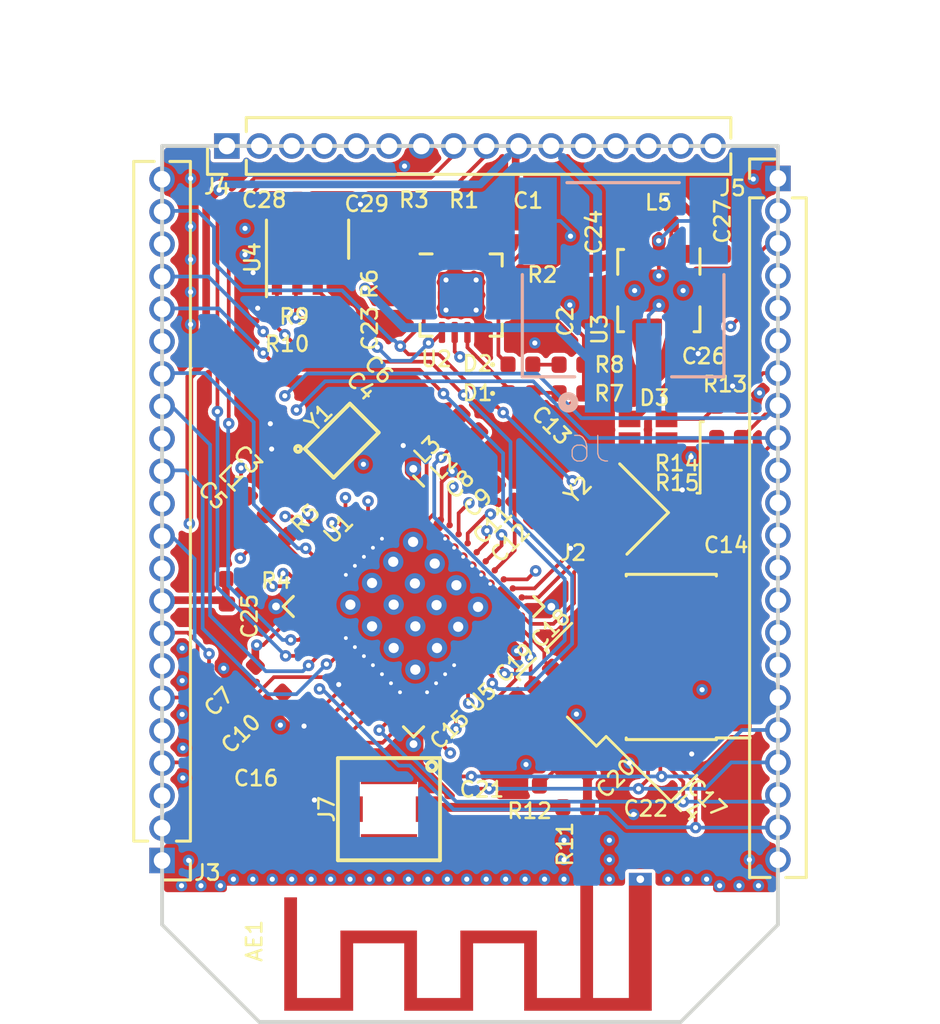
<source format=kicad_pcb>
(kicad_pcb (version 20220621) (generator pcbnew)
  (layers (0 "F.Cu" signal) (1 "In1.Cu" signal) (2 "In2.Cu" power) (31 "B.Cu" signal) (34 "B.Paste" user) (35 "F.Paste" user) (36 "B.SilkS" user "B.Silkscreen") (37 "F.SilkS" user "F.Silkscreen") (38 "B.Mask" user) (39 "F.Mask" user) (44 "Edge.Cuts" user))
  (net 0 "")
  (net 1 "Net-(AE1-Pad1)")
  (net 2 "GND")
  (net 3 "VDD_nRF")
  (net 4 "Net-(C4-Pad1)")
  (net 5 "Net-(C5-Pad1)")
  (net 6 "VBUS_nRF")
  (net 7 "Net-(C19-Pad1)")
  (net 8 "Net-(C11-Pad1)")
  (net 9 "Net-(C13-Pad2)")
  (net 10 "Net-(C14-Pad2)")
  (net 11 "Net-(C15-Pad1)")
  (net 12 "Net-(C17-Pad2)")
  (net 13 "Net-(C18-Pad1)")
  (net 14 "Net-(C20-Pad2)")
  (net 15 "P0.09_NFC1")
  (net 16 "P0.10_NFC2")
  (net 17 "P1.18_RESET")
  (net 18 "VDD_BAT")
  (net 19 "P0.13")
  (net 20 "P0.12")
  (net 21 "P0.11")
  (net 22 "P1.09")
  (net 23 "P1.08")
  (net 24 "P0.08")
  (net 25 "P0.07")
  (net 26 "P0.06")
  (net 27 "P0.05_AIN3")
  (net 28 "P0.04_AIN2")
  (net 29 "P0.27")
  (net 30 "P0.26")
  (net 31 "P0.14")
  (net 32 "P0.15")
  (net 33 "P0.16")
  (net 34 "P0.17")
  (net 35 "P0.19")
  (net 36 "P0.20")
  (net 37 "P0.21")
  (net 38 "P0.22")
  (net 39 "P0.23")
  (net 40 "P0.24")
  (net 41 "P0.25")
  (net 42 "P1.01")
  (net 43 "P1.02")
  (net 44 "P1.03")
  (net 45 "P1.04")
  (net 46 "P1.05")
  (net 47 "P1.06")
  (net 48 "P1.07")
  (net 49 "P1.10")
  (net 50 "P1.11")
  (net 51 "P1.12")
  (net 52 "P1.13")
  (net 53 "P1.14")
  (net 54 "P1.15")
  (net 55 "P0.03_AIN1")
  (net 56 "P0.02_AIN0")
  (net 57 "P0.28_AIN4")
  (net 58 "P0.29_AIN5")
  (net 59 "P0.30_AIN6")
  (net 60 "SWDIO")
  (net 61 "SWDCLK")
  (net 62 "P1.00_SWO")
  (net 63 "Net-(L1-Pad2)")
  (net 64 "Net-(L2-Pad2)")
  (net 65 "Net-(L3-Pad2)")
  (net 66 "D-")
  (net 67 "D+")
  (net 68 "P0.31_AIN7")
  (net 69 "Net-(D2-Pad2)")
  (net 70 "Net-(R2-Pad1)")
  (net 71 "VDDH")
  (net 72 "Net-(R4-Pad1)")
  (net 73 "Net-(U1-PadF2)")
  (net 74 "Net-(U1-PadD2)")
  (net 75 "V_SYS")
  (net 76 "Net-(C26-Pad1)")
  (net 77 "Net-(D1-Pad1)")
  (net 78 "Net-(D1-Pad2)")
  (net 79 "Net-(D2-Pad1)")
  (net 80 "Net-(L5-Pad1)")
  (net 81 "Net-(L5-Pad2)")
  (net 82 "Net-(R1-Pad1)")
  (net 83 "Net-(R3-Pad1)")
  (net 84 "Net-(R6-Pad2)")
  (net 85 "VDDIO")
  (net 86 "Net-(J7-Pad1)")
  (net 87 "Net-(U1-PadH23)")
  (net 88 "Net-(D3-Pad3)")
  (net 89 "Net-(D3-Pad2)")
  (net 90 "Net-(D3-Pad1)")
  (net 91 "Net-(J2-Pad7)")
  (net 92 "Net-(J2-Pad8)")
  (footprint "Package_DFN_QFN:Nordic_AQFN-73-1EP_7x7mm_P0.5mm" (layer "F.Cu") (at 108.912757 71.365261 -45)
    (fp_text reference "U1")
    (fp_text value "nRF52840" hide)
  )
  (footprint "RF_Antenna:Texas_SWRA117D_2.4GHz_Right" (layer "F.Cu") (at 115.697 82.042 180)
    (fp_text reference "AE1")
    (fp_text value "Antenna_Shield" hide)
  )
  (footprint "Capacitor_SMD:C_0402_1005Metric" (layer "F.Cu") (at 102.0965 68.083 135)
    (fp_text reference "C5")
    (fp_text value "4.7µF" hide)
  )
  (footprint "Capacitor_SMD:C_0402_1005Metric" (layer "F.Cu") (at 108.61 63.16 135)
    (fp_text reference "C6")
    (fp_text value "1µF" hide)
  )
  (footprint "Capacitor_SMD:C_0402_1005Metric" (layer "F.Cu") (at 102.37202 74.016911 -135)
    (fp_text reference "C7")
    (fp_text value "4.7µF" hide)
  )
  (footprint "Capacitor_SMD:C_0402_1005Metric" (layer "F.Cu") (at 112.508 66.245 45)
    (fp_text reference "C9")
    (fp_text value "47nF" hide)
  )
  (footprint "Capacitor_SMD:C_0402_1005Metric" (layer "F.Cu") (at 103.450357 75.095249 -135)
    (fp_text reference "C10")
    (fp_text value "100nF" hide)
  )
  (footprint "Capacitor_SMD:C_0402_1005Metric" (layer "F.Cu") (at 115.7224 65.3796 -45)
    (fp_text reference "C13")
    (fp_text value "6pF" hide)
  )
  (footprint "Capacitor_SMD:C_0402_1005Metric" (layer "F.Cu") (at 104.55 78.075 180)
    (fp_text reference "C16")
    (fp_text value "100nF" hide)
  )
  (footprint "Capacitor_SMD:C_0402_1005Metric" (layer "F.Cu") (at 115 76.55 135)
    (fp_text reference "C17")
    (fp_text value "1pF" hide)
  )
  (footprint "Capacitor_SMD:C_0402_1005Metric" (layer "F.Cu") (at 116.22 79.23)
    (fp_text reference "C22")
    (fp_text value "1.2pF" hide)
  )
  (footprint "Inductor_SMD:L_0402_1005Metric" (layer "F.Cu") (at 102.7965 67.393 135)
    (fp_text reference "L1")
    (fp_text value "NC" hide)
  )
  (footprint "Inductor_SMD:L_0402_1005Metric" (layer "F.Cu") (at 111.128 64.865 45)
    (fp_text reference "L2")
    (fp_text value "15nH" hide)
  )
  (footprint "Inductor_SMD:L_0402_1005Metric" (layer "F.Cu") (at 114.268 77.264 135)
    (fp_text reference "L4")
    (fp_text value "3.9nH" hide)
  )
  (footprint "Capacitor_SMD:C_0402_1005Metric" (layer "F.Cu") (at 103.490253 66.698064 135)
    (fp_text reference "C3")
    (fp_text value "4.7µF" hide)
  )
  (footprint "Capacitor_SMD:C_0402_1005Metric" (layer "F.Cu") (at 107.92 63.84 135)
    (fp_text reference "C4")
    (fp_text value "100nF" hide)
  )
  (footprint "Inductor_SMD:L_0402_1005Metric" (layer "F.Cu") (at 110.434382 64.178827 -135)
    (fp_text reference "L3")
    (fp_text value "10µH" hide)
  )
  (footprint "Capacitor_SMD:C_0402_1005Metric" (layer "F.Cu") (at 111.808 65.545 45)
    (fp_text reference "C8")
    (fp_text value "1µF" hide)
  )
  (footprint "Capacitor_SMD:C_0402_1005Metric" (layer "F.Cu") (at 113.218 66.935 45)
    (fp_text reference "C11")
    (fp_text value "N.C." hide)
  )
  (footprint "Capacitor_SMD:C_0402_1005Metric" (layer "F.Cu") (at 113.918 67.635 45)
    (fp_text reference "C12")
    (fp_text value "100nF" hide)
  )
  (footprint "Capacitor_SMD:C_0402_1005Metric" (layer "F.Cu") (at 116.07 77.56 -135)
    (fp_text reference "C20")
    (fp_text value "1pF" hide)
  )
  (footprint "Capacitor_SMD:C_0402_1005Metric" (layer "F.Cu") (at 113.36 78.37)
    (fp_text reference "C21")
    (fp_text value "N.C." hide)
  )
  (footprint "Resistor_SMD:R_0402_1005Metric" (layer "F.Cu") (at 102.0445 70.2945 180)
    (fp_text reference "R4")
    (fp_text value "NC" hide)
  )
  (footprint "Resistor_SMD:R_0402_1005Metric" (layer "F.Cu") (at 103.632 68.961 45)
    (fp_text reference "R5")
    (fp_text value "0R" hide)
  )
  (footprint "Capacitor_SMD:C_0402_1005Metric" (layer "F.Cu") (at 101.6 71.755 -90)
    (fp_text reference "C25")
    (fp_text value "NC" hide)
  )
  (footprint "Connector_PinHeader_1.27mm:PinHeader_1x22_P1.27mm_Vertical" (layer "F.Cu") (at 99.06 81.31 180)
    (fp_text reference "J3")
    (fp_text value "Conn_01x22" hide)
  )
  (footprint "Connector_PinHeader_1.27mm:PinHeader_1x16_P1.27mm_Vertical" (layer "F.Cu") (at 101.6 53.34 90)
    (fp_text reference "J4")
    (fp_text value "Conn_01x16" hide)
  )
  (footprint "Connector_PinHeader_1.27mm:PinHeader_1x22_P1.27mm_Vertical" (layer "F.Cu") (at 123.19 54.61)
    (fp_text reference "J5")
    (fp_text value "Conn_01x22" hide)
  )
  (footprint "Crystal:Crystal_SMD_2016-4Pin_2.0x1.6mm" (layer "F.Cu") (at 117.1321 67.5513 135)
    (fp_text reference "Y2")
    (fp_text value " 32MHz-XRCGB32M000F1H00R0 " hide)
  )
  (footprint "Capacitor_SMD:C_0402_1005Metric" (layer "F.Cu") (at 121.025 58.075 -90)
    (fp_text reference "C27")
    (fp_text value "10µF" hide)
  )
  (footprint "Package_SON:Texas_DRC0010J_ThermalVias" (layer "F.Cu") (at 118.525 59 -90)
    (fp_text reference "U3")
    (fp_text value "TPS63031" hide)
  )
  (footprint "Capacitor_SMD:C_0402_1005Metric" (layer "F.Cu") (at 115.975 58.5 -90)
    (fp_text reference "C24")
    (fp_text value "10µF" hide)
  )
  (footprint "Capacitor_SMD:C_0402_1005Metric" (layer "F.Cu") (at 118.525 61.55)
    (fp_text reference "C26")
    (fp_text value "0.1µF" hide)
  )
  (footprint "Inductor_SMD:L_0402_1005Metric" (layer "F.Cu") (at 118.525 56.4)
    (fp_text reference "L5")
    (fp_text value "1.5µH" hide)
  )
  (footprint "Package_DFN_QFN:VQFN-16-1EP_3x3mm_P0.5mm_EP1.68x1.68mm_ThermalVias" (layer "F.Cu") (at 110.775 59.175)
    (fp_text reference "U2")
    (fp_text value "BQ24072" hide)
  )
  (footprint "Resistor_SMD:R_0402_1005Metric" (layer "F.Cu") (at 113.925 57.525)
    (fp_text reference "R2")
    (fp_text value "1.18k" hide)
  )
  (footprint "Resistor_SMD:R_0402_1005Metric" (layer "F.Cu") (at 108.925 56.3 180)
    (fp_text reference "R3")
    (fp_text value "1.13k" hide)
  )
  (footprint "LED_SMD:LED_0402_1005Metric" (layer "F.Cu") (at 113.1 61.9)
    (fp_text reference "D2")
    (fp_text value "RED" hide)
  )
  (footprint "Capacitor_SMD:C_0402_1005Metric" (layer "F.Cu") (at 108.05 59.8 -90)
    (fp_text reference "C23")
    (fp_text value "10µF" hide)
  )
  (footprint "Capacitor_SMD:C_0402_1005Metric" (layer "F.Cu") (at 113.95 59.65 -90)
    (fp_text reference "C2")
    (fp_text value "10µF" hide)
  )
  (footprint "Resistor_SMD:R_0402_1005Metric" (layer "F.Cu") (at 115.1 63.025)
    (fp_text reference "R7")
    (fp_text value "1.5k" hide)
  )
  (footprint "Capacitor_SMD:C_0402_1005Metric" (layer "F.Cu") (at 113.4 56.325)
    (fp_text reference "C1")
    (fp_text value "10µF" hide)
  )
  (footprint "Resistor_SMD:R_0402_1005Metric" (layer "F.Cu") (at 115.1 61.9)
    (fp_text reference "R8")
    (fp_text value "1.5k" hide)
  )
  (footprint "Resistor_SMD:R_0402_1005Metric" (layer "F.Cu") (at 110.9 56.3 180)
    (fp_text reference "R1")
    (fp_text value "46.4k" hide)
  )
  (footprint "Resistor_SMD:R_0402_1005Metric" (layer "F.Cu") (at 108.05 57.825 -90)
    (fp_text reference "R6")
    (fp_text value "10k" hide)
  )
  (footprint "Capacitor_SMD:C_0402_1005Metric" (layer "F.Cu") (at 104.85 55.45 180)
    (fp_text reference "C28")
    (fp_text value "100nF" hide)
  )
  (footprint "Capacitor_SMD:C_0402_1005Metric" (layer "F.Cu") (at 107.07 57.06 90)
    (fp_text reference "C29")
    (fp_text value "100nF" hide)
  )
  (footprint "Resistor_SMD:R_0402_1005Metric" (layer "F.Cu") (at 105.74 60.05)
    (fp_text reference "R9")
    (fp_text value "4.7k" hide)
  )
  (footprint "Resistor_SMD:R_0402_1005Metric" (layer "F.Cu") (at 105.74 61.08)
    (fp_text reference "R10")
    (fp_text value "4.7k" hide)
  )
  (footprint "Resistor_SMD:R_0402_1005Metric" (layer "F.Cu") (at 115.25 79.23)
    (fp_text reference "R12")
    (fp_text value "0R" hide)
  )
  (footprint "Package_LGA:Bosch_LGA-8_3x3mm_P0.8mm_ClockwisePinNumbering" (layer "F.Cu") (at 104.76 57.74 180)
    (fp_text reference "U4")
    (fp_text value "BME680" hide)
  )
  (footprint "custom_footprints:CON_AMP_A-1JB" (layer "F.Cu") (at 107.95 79.3 90)
    (fp_text reference "J7")
    (fp_text value "Conn_Coaxial" hide)
  )
  (footprint "custom_footprints:LTST-C19HE1WT" (layer "F.Cu") (at 118.375 65.325 -90)
    (fp_text reference "D3")
    (fp_text value "LTST-C19HE1WT" hide)
  )
  (footprint "Resistor_SMD:R_0402_1005Metric" (layer "F.Cu") (at 121.275 63.5)
    (fp_text reference "R13")
    (fp_text value "1.5k" hide)
  )
  (footprint "Resistor_SMD:R_0402_1005Metric" (layer "F.Cu") (at 121.275 64.775)
    (fp_text reference "R14")
    (fp_text value "1.5k" hide)
  )
  (footprint "Resistor_SMD:R_0402_1005Metric" (layer "F.Cu") (at 121.275 66.025)
    (fp_text reference "R15")
    (fp_text value "1.5k" hide)
  )
  (footprint "Connector_PinHeader_1.27mm:PinHeader_2x05_P1.27mm_Vertical_SMD" (layer "F.Cu") (at 119.0117 73.3425 180)
    (fp_text reference "J2")
    (fp_text value "Conn_ARM_JTAG_SWD_10" hide)
  )
  (footprint "Capacitor_SMD:C_0402_1005Metric" (layer "F.Cu") (at 119.3419 68.9991 180)
    (fp_text reference "C14")
    (fp_text value "6pF" hide)
  )
  (footprint "LED_SMD:LED_0402_1005Metric" (layer "F.Cu") (at 113.1 63.025)
    (fp_text reference "D1")
    (fp_text value "GRN" hide)
  )
  (footprint "Resistor_SMD:R_0402_1005Metric" (layer "F.Cu") (at 115.73 80.69 90)
    (fp_text reference "R11")
    (fp_text value "0R" hide)
  )
  (footprint "custom_footprints:Crystal_SMD_2012-4Pin_2.2mmx1.4mm" (layer "F.Cu") (at 106.1 64.875 45)
    (fp_text reference "Y1")
    (fp_text value "SiT1533" hide)
  )
  (footprint "Capacitor_SMD:C_0402_1005Metric" (layer "F.Cu") (at 111.6 77.12 -45)
    (fp_text reference "C15")
    (fp_text value "820pF" hide)
  )
  (footprint "custom_footprints:MM8930_2620" (layer "F.Cu") (at 112.807308 75.863008 45)
    (fp_text reference "U5")
    (fp_text value "MM8130-2600RA2" hide)
  )
  (footprint "Capacitor_SMD:C_0402_1005Metric" (layer "F.Cu") (at 114.658 74.124 -45)
    (fp_text reference "C18")
    (fp_text value "100pF" hide)
  )
  (footprint "Capacitor_SMD:C_0402_1005Metric" (layer "F.Cu") (at 113.958 74.814 -45)
    (fp_text reference "C19")
    (fp_text value "N.C." hide)
  )
  (footprint "custom_footprints:JST_PH_S2B-PH-SM4-TB_LF__SN_" (layer "B.Cu") (at 117.125 62.025)
    (fp_text reference "J6")
    (fp_text value "S2B-PH-SM4-TB(LF)(SN)" hide)
  )
  (gr_line (start 112.9665 74.1299) (end 113.0808 74.2442) (stroke (width 0.11)) (layer "F.SilkS"))
  (gr_line (start 112.9665 74.1299) (end 113.7031 73.3933) (stroke (width 0.11)) (layer "F.SilkS"))
  (gr_line (start 115.951 76.708) (end 116.078 76.835) (stroke (width 0.11)) (layer "F.SilkS"))
  (gr_line (start 114.0714 73.0631) (end 115.1128 72.0217) (stroke (width 0.11)) (layer "F.SilkS"))
  (gr_line (start 116.078 76.835) (end 116.332 76.581) (stroke (width 0.11)) (layer "F.SilkS"))
  (gr_line (start 116.332 76.581) (end 116.459 76.454) (stroke (width 0.11)) (layer "F.SilkS"))
  (gr_line (start 120.142 64.135) (end 120.269 64.135) (stroke (width 0.11)) (layer "F.SilkS"))
  (gr_line (start 120.142 66.929) (end 120.015 66.929) (stroke (width 0.11)) (layer "F.SilkS"))
  (gr_line (start 114.0714 73.0631) (end 114.1857 73.1774) (stroke (width 0.11)) (layer "F.SilkS"))
  (gr_line (start 114.935 75.692) (end 115.951 76.708) (stroke (width 0.11)) (layer "F.SilkS"))
  (gr_line (start 116.459 76.454) (end 118.999 78.994) (stroke (width 0.11)) (layer "F.SilkS"))
  (gr_line (start 120.142 66.802) (end 120.142 66.929) (stroke (width 0.11)) (layer "F.SilkS"))
  (gr_line (start 120.142 66.802) (end 120.142 64.135) (stroke (width 0.11)) (layer "F.SilkS"))
  (gr_line (start 118.999 78.994) (end 120.015 77.978) (stroke (width 0.11)) (layer "F.SilkS"))
  (gr_line (start 123.19 83.82) (end 119.38 87.63) (stroke (width 0.15)) (layer "Edge.Cuts"))
  (gr_line (start 99.06 53.34) (end 99.06 83.82) (stroke (width 0.15)) (layer "Edge.Cuts"))
  (gr_line (start 123.19 53.34) (end 99.06 53.34) (stroke (width 0.15)) (layer "Edge.Cuts"))
  (gr_line (start 99.06 83.82) (end 102.87 87.63) (stroke (width 0.15)) (layer "Edge.Cuts"))
  (gr_line (start 123.19 53.34) (end 123.19 83.82) (stroke (width 0.15)) (layer "Edge.Cuts"))
  (gr_line (start 102.87 87.63) (end 119.38 87.63) (stroke (width 0.15)) (layer "Edge.Cuts"))
  (segment (start 115.73 82.009) (end 115.697 82.042) (width 0.35) (layer "F.Cu") (net 1))
  (segment (start 115.73 81.175) (end 115.73 82.009) (width 0.35) (layer "F.Cu") (net 1))
  (segment (start 106.347487 65.263909) (end 106.413909 65.263909) (width 0.145) (layer "F.Cu") (net 2))
  (segment (start 113.95 60.135) (end 113.95 60.76701) (width 0.145) (layer "F.Cu") (net 2))
  (segment (start 110.013588 66.497035) (end 110.202496 66.308127) (width 0.145) (layer "F.Cu") (net 2))
  (segment (start 119.025 61.535) (end 119.01 61.55) (width 0.145) (layer "F.Cu") (net 2))
  (segment (start 117.089973 77.217053) (end 117.36324 77.49032) (width 0.145) (layer "F.Cu") (net 2))
  (segment (start 119.025 60.075) (end 118.525 59.575) (width 0.145) (layer "F.Cu") (net 2))
  (segment (start 115.342947 76.892947) (end 115.342947 75.627507) (width 0.145) (layer "F.Cu") (net 2))
  (segment (start 110.202496 66.308127) (end 110.427495 66.083128) (width 0.145) (layer "F.Cu") (net 2))
  (segment (start 113.889999 60.827011) (end 113.665 61.05201) (width 0.145) (layer "F.Cu") (net 2))
  (segment (start 118.525 57.6) (end 118.525 57.057) (width 0.145) (layer "F.Cu") (net 2))
  (segment (start 117.25888 79.23) (end 117.53596 79.50708) (width 0.145) (layer "F.Cu") (net 2))
  (segment (start 112.875 78.37) (end 112.875 77.99584) (width 0.145) (layer "F.Cu") (net 2))
  (segment (start 108.5596 54.0004) (end 108.87249 53.68751) (width 0.145) (layer "F.Cu") (net 2))
  (segment (start 122.2502 54.61) (end 122.84249 54.61) (width 0.145) (layer "F.Cu") (net 2))
  (segment (start 102.029073 74.359858) (end 102.029073 74.343073) (width 0.145) (layer "F.Cu") (net 2))
  (segment (start 122.0724 81.28) (end 122.390598 81.28) (width 0.145) (layer "F.Cu") (net 2))
  (segment (start 115.6146 58.985) (end 115.0366 59.563) (width 0.145) (layer "F.Cu") (net 2))
  (segment (start 102.029073 74.343073) (end 101.473 73.787) (width 0.145) (layer "F.Cu") (net 2))
  (segment (start 120.585 59) (end 121.025 58.56) (width 0.75) (layer "F.Cu") (net 2))
  (segment (start 103.124196 75.438196) (end 103.6955 76.0095) (width 0.145) (layer "F.Cu") (net 2))
  (segment (start 111.917961 72.249144) (end 111.917961 72.37996) (width 0.145) (layer "F.Cu") (net 2))
  (segment (start 108.5596 54.1274) (end 108.5596 54.0004) (width 0.145) (layer "F.Cu") (net 2))
  (segment (start 116.412947 77.217053) (end 117.089973 77.217053) (width 0.145) (layer "F.Cu") (net 2))
  (segment (start 109.796641 68.360057) (end 109.796641 68.147924) (width 0.145) (layer "F.Cu") (net 2))
  (segment (start 122.390598 81.28) (end 122.84249 81.28) (width 0.145) (layer "F.Cu") (net 2))
  (segment (start 119.475 59) (end 120.585 59) (width 0.75) (layer "F.Cu") (net 2))
  (segment (start 103.56 56.59) (end 102.3354 56.59) (width 0.145) (layer "F.Cu") (net 2))
  (segment (start 100.1014 81.3054) (end 99.40751 81.3054) (width 0.145) (layer "F.Cu") (net 2))
  (segment (start 106.413909 65.263909) (end 106.95 65.8) (width 0.145) (layer "F.Cu") (net 2))
  (segment (start 119.025 60.4) (end 119.025 60.075) (width 0.145) (layer "F.Cu") (net 2))
  (segment (start 115.99 59) (end 115.975 58.985) (width 0.75) (layer "F.Cu") (net 2))
  (segment (start 118.525 57.057) (end 118.5164 57.0484) (width 0.145) (layer "F.Cu") (net 2))
  (segment (start 100.1776 54.61) (end 99.40751 54.61) (width 0.145) (layer "F.Cu") (net 2))
  (segment (start 119.025 60.4) (end 119.025 61.535) (width 0.145) (layer "F.Cu") (net 2))
  (segment (start 103.10741 75.438196) (end 103.124196 75.438196) (width 0.145) (layer "F.Cu") (net 2))
  (segment (start 112.875 77.99584) (end 113.31956 77.55128) (width 0.145) (layer "F.Cu") (net 2))
  (segment (start 114.41 57.5226) (end 115.062 56.8706) (width 0.145) (layer "F.Cu") (net 2))
  (segment (start 117.575 59) (end 115.99 59) (width 0.75) (layer "F.Cu") (net 2))
  (segment (start 109.796641 68.147924) (end 110.013588 67.930977) (width 0.145) (layer "F.Cu") (net 2))
  (segment (start 114.41 57.525) (end 114.41 57.5226) (width 0.145) (layer "F.Cu") (net 2))
  (segment (start 112.889337 73.039337) (end 112.95 73.1) (width 0.145) (layer "F.Cu") (net 2))
  (segment (start 122.2248 54.6354) (end 122.2502 54.61) (width 0.145) (layer "F.Cu") (net 2))
  (segment (start 111.917961 72.37996) (end 112.577338 73.039337) (width 0.145) (layer "F.Cu") (net 2))
  (segment (start 102.3354 56.59) (end 102.3112 56.5658) (width 0.145) (layer "F.Cu") (net 2))
  (segment (start 116.705 79.23) (end 117.25888 79.23) (width 0.145) (layer "F.Cu") (net 2))
  (segment (start 118.525 57.6) (end 118.525 58.425) (width 0.145) (layer "F.Cu") (net 2))
  (segment (start 110.013588 67.930977) (end 110.013588 66.497035) (width 0.145) (layer "F.Cu") (net 2))
  (segment (start 113.95 60.76701) (end 113.889999 60.827011) (width 0.145) (layer "F.Cu") (net 2))
  (segment (start 115.975 58.985) (end 115.6146 58.985) (width 0.145) (layer "F.Cu") (net 2))
  (segment (start 112.577338 73.039337) (end 112.889337 73.039337) (width 0.145) (layer "F.Cu") (net 2))
  (segment (start 115.342947 75.627507) (end 115.29568 75.58024) (width 0.145) (layer "F.Cu") (net 2))
  (via (at 114.808 80.518) (size 0.45) (drill 0.2) (layers "F.Cu" "B.Cu") (net 2))
  (via (at 102.3112 57.5945) (size 0.45) (drill 0.2) (layers "F.Cu" "B.Cu") (net 2))
  (via (at 119.634 82.042) (size 0.45) (drill 0.2) (layers "F.Cu" "B.Cu") (net 2))
  (via (at 116.586 82.042) (size 0.45) (drill 0.2) (layers "F.Cu" "B.Cu") (net 2))
  (via (at 99.8474 75.5904) (size 0.45) (drill 0.2) (layers "F.Cu" "B.Cu") (net 2))
  (via (at 105.664 82.042) (size 0.45) (drill 0.2) (layers "F.Cu" "B.Cu") (net 2))
  (via (at 122.428 82.296) (size 0.45) (drill 0.2) (layers "F.Cu" "B.Cu") (net 2))
  (via (at 115.29568 75.58024) (size 0.45) (drill 0.2) (layers "F.Cu" "B.Cu") (net 2))
  (via (at 100.1014 81.3054) (size 0.45) (drill 0.2) (layers "F.Cu" "B.Cu") (net 2))
  (via (at 110.662847 72.160756) (size 0.8) (drill 0.4) (layers "F.Cu" "B.Cu") (net 2))
  (via (at 102.616 82.042) (size 0.45) (drill 0.2) (layers "F.Cu" "B.Cu") (net 2))
  (via (at 122.2248 54.6354) (size 0.45) (drill 0.2) (layers "F.Cu" "B.Cu") (net 2))
  (via (at 113.665 61.05201) (size 0.45) (drill 0.2) (layers "F.Cu" "B.Cu") (net 2))
  (via (at 114.310844 71.378198) (size 0.61) (drill 0.305) (layers "F.Cu" "B.Cu") (net 2))
  (via (at 120.904 82.296) (size 0.45) (drill 0.2) (layers "F.Cu" "B.Cu") (net 2))
  (via (at 101.854 82.042) (size 0.45) (drill 0.2) (layers "F.Cu" "B.Cu") (net 2))
  (via (at 103.524604 71.365261) (size 0.61) (drill 0.305) (layers "F.Cu" "B.Cu") (net 2))
  (via (at 99.8728 78.0796) (size 0.45) (drill 0.2) (layers "F.Cu" "B.Cu") (net 2))
  (via (at 100.1776 59.055) (size 0.45) (drill 0.2) (layers "F.Cu" "B.Cu") (net 2))
  (via (at 106.95 65.8) (size 0.45) (drill 0.2) (layers "F.Cu" "B.Cu") (net 2))
  (via (at 103.378 82.042) (size 0.45) (drill 0.2) (layers "F.Cu" "B.Cu") (net 2))
  (via (at 109.474 82.042) (size 0.45) (drill 0.2) (layers "F.Cu" "B.Cu") (net 2))
  (via (at 107.286412 72.143078) (size 0.8) (drill 0.4) (layers "F.Cu" "B.Cu") (net 2))
  (via (at 114.046 82.042) (size 0.45) (drill 0.2) (layers "F.Cu" "B.Cu") (net 2))
  (via (at 108.983468 73.840134) (size 0.8) (drill 0.4) (layers "F.Cu" "B.Cu") (net 2))
  (via (at 117.36324 77.49032) (size 0.45) (drill 0.2) (layers "F.Cu" "B.Cu") (net 2))
  (via (at 119.7864 65.5066) (size 0.45) (drill 0.2) (layers "F.Cu" "B.Cu") (net 2))
  (via (at 99.822 82.296) (size 0.45) (drill 0.2) (layers "F.Cu" "B.Cu") (net 2))
  (via (at 103.6955 76.0095) (size 0.45) (drill 0.2) (layers "F.Cu" "B.Cu") (net 2))
  (via (at 115.062 56.8706) (size 0.45) (drill 0.2) (layers "F.Cu" "B.Cu") (net 2))
  (via (at 100.1776 54.61) (size 0.45) (drill 0.2) (layers "F.Cu" "B.Cu") (net 2))
  (via (at 108.13494 72.991606) (size 0.8) (drill 0.4) (layers "F.Cu" "B.Cu") (net 2))
  (via (at 111.440664 71.382938) (size 0.8) (drill 0.4) (layers "F.Cu" "B.Cu") (net 2))
  (via (at 108.96579 70.4637) (size 0.8) (drill 0.4) (layers "F.Cu" "B.Cu") (net 2))
  (via (at 108.89508 68.837354) (size 0.8) (drill 0.4) (layers "F.Cu" "B.Cu") (net 2))
  (via (at 109.814318 71.312228) (size 0.8) (drill 0.4) (layers "F.Cu" "B.Cu") (net 2))
  (via (at 109.831996 72.991606) (size 0.8) (drill 0.4) (layers "F.Cu" "B.Cu") (net 2))
  (via (at 120.396 82.042) (size 0.45) (drill 0.2) (layers "F.Cu" "B.Cu") (net 2))
  (via (at 110.236 82.042) (size 0.45) (drill 0.2) (layers "F.Cu" "B.Cu") (net 2))
  (via (at 99.8474 74.2696) (size 0.45) (drill 0.2) (layers "F.Cu" "B.Cu") (net 2))
  (via (at 100.1776 56.4896) (size 0.45) (drill 0.2) (layers "F.Cu" "B.Cu") (net 2))
  (via (at 112.522 82.042) (size 0.45) (drill 0.2) (layers "F.Cu" "B.Cu") (net 2))
  (via (at 107.188 82.042) (size 0.45) (drill 0.2) (layers "F.Cu" "B.Cu") (net 2))
  (via (at 109.743608 69.685882) (size 0.8) (drill 0.4) (layers "F.Cu" "B.Cu") (net 2))
  (via (at 122.0724 81.28) (size 0.45) (drill 0.2) (layers "F.Cu" "B.Cu") (net 2))
  (via (at 106.426 82.042) (size 0.45) (drill 0.2) (layers "F.Cu" "B.Cu") (net 2))
  (via (at 108.983468 72.143078) (size 0.8) (drill 0.4) (layers "F.Cu" "B.Cu") (net 2))
  (via (at 116.586 81.28) (size 0.45) (drill 0.2) (layers "F.Cu" "B.Cu") (net 2))
  (via (at 116.586 80.518) (size 0.45) (drill 0.2) (layers "F.Cu" "B.Cu") (net 2))
  (via (at 121.666 82.296) (size 0.45) (drill 0.2) (layers "F.Cu" "B.Cu") (net 2))
  (via (at 114.808 81.28) (size 0.45) (drill 0.2) (layers "F.Cu" "B.Cu") (net 2))
  (via (at 110.998 82.042) (size 0.45) (drill 0.2) (layers "F.Cu" "B.Cu") (net 2))
  (via (at 108.117262 69.615171) (size 0.8) (drill 0.4) (layers "F.Cu" "B.Cu") (net 2))
  (via (at 100.1776 60.325) (size 0.45) (drill 0.2) (layers "F.Cu" "B.Cu") (net 2))
  (via (at 106.437884 71.29455) (size 0.8) (drill 0.4) (layers "F.Cu" "B.Cu") (net 2))
  (via (at 104.14 82.042) (size 0.45) (drill 0.2) (layers "F.Cu" "B.Cu") (net 2))
  (via (at 100.1776 57.785) (size 0.45) (drill 0.2) (layers "F.Cu" "B.Cu") (net 2))
  (via (at 108.90249 65.977107) (size 0.61) (drill 0.305) (layers "F.Cu" "B.Cu") (net 2))
  (via (at 99.8728 76.9112) (size 0.45) (drill 0.2) (layers "F.Cu" "B.Cu") (net 2))
  (via (at 107.95 82.042) (size 0.45) (drill 0.2) (layers "F.Cu" "B.Cu") (net 2))
  (via (at 117.53596 79.50708) (size 0.45) (drill 0.2) (layers "F.Cu" "B.Cu") (net 2))
  (via (at 104.902 82.042) (size 0.45) (drill 0.2) (layers "F.Cu" "B.Cu") (net 2))
  (via (at 113.31956 77.55128) (size 0.45) (drill 0.2) (layers "F.Cu" "B.Cu") (net 2))
  (via (at 118.872 82.042) (size 0.45) (drill 0.2) (layers "F.Cu" "B.Cu") (net 2))
  (via (at 118.5164 57.0484) (size 0.45) (drill 0.2) (layers "F.Cu" "B.Cu") (net 2))
  (via (at 113.284 82.042) (size 0.45) (drill 0.2) (layers "F.Cu" "B.Cu") (net 2))
  (via (at 101.473 73.787) (size 0.45) (drill 0.2) (layers "F.Cu" "B.Cu") (net 2))
  (via (at 110.592136 70.53441) (size 0.8) (drill 0.4) (layers "F.Cu" "B.Cu") (net 2))
  (via (at 115.0366 59.563) (size 0.45) (drill 0.2) (layers "F.Cu" "B.Cu") (net 2))
  (via (at 110.427495 66.083128) (size 0.45) (drill 0.2) (layers "F.Cu" "B.Cu") (net 2))
  (via (at 108.13494 71.29455) (size 0.8) (drill 0.4) (layers "F.Cu" "B.Cu") (net 2))
  (via (at 107.286412 70.446022) (size 0.8) (drill 0.4) (layers "F.Cu" "B.Cu") (net 2))
  (via (at 108.712 82.042) (size 0.45) (drill 0.2) (layers "F.Cu" "B.Cu") (net 2))
  (via (at 111.76 82.042) (size 0.45) (drill 0.2) (layers "F.Cu" "B.Cu") (net 2))
  (via (at 102.3112 56.5658) (size 0.45) (drill 0.2) (layers "F.Cu" "B.Cu") (net 2))
  (via (at 108.5596 54.1274) (size 0.45) (drill 0.2) (layers "F.Cu" "B.Cu") (net 2))
  (via (at 114.808 82.042) (size 0.45) (drill 0.2) (layers "F.Cu" "B.Cu") (net 2))
  (via (at 101.346 82.296) (size 0.45) (drill 0.2) (layers "F.Cu" "B.Cu") (net 2))
  (via (at 99.8474 72.9996) (size 0.45) (drill 0.2) (layers "F.Cu" "B.Cu") (net 2))
  (via (at 108.912483 76.753414) (size 0.61) (drill 0.305) (layers "F.Cu" "B.Cu") (net 2))
  (via (at 112.95 73.1) (size 0.45) (drill 0.2) (layers "F.Cu" "B.Cu") (net 2))
  (via (at 120.2182 74.6252) (size 0.45) (drill 0.2) (layers "F.Cu" "B.Cu") (net 2))
  (via (at 122.46864 63.00724) (size 0.45) (drill 0.2) (layers "F.Cu" "B.Cu") (net 2))
  (via (at 100.584 82.296) (size 0.45) (drill 0.2) (layers "F.Cu" "B.Cu") (net 2))
  (segment (start 119.2898 56.275) (end 120.475 56.275) (width 0.145) (layer "B.Cu") (net 2))
  (segment (start 118.5164 57.0484) (end 119.2898 56.275) (width 0.145) (layer "B.Cu") (net 2))
  (segment (start 115.062 56.667) (end 115.062 56.8706) (width 0.145) (layer "B.Cu") (net 2))
  (segment (start 114.67 56.275) (end 115.062 56.667) (width 0.145) (layer "B.Cu") (net 2))
  (segment (start 118.125 59.975) (end 118.525 59.575) (width 0.145) (layer "B.Cu") (net 2))
  (segment (start 118.125 62.025) (end 118.125 59.975) (width 0.145) (layer "B.Cu") (net 2))
  (segment (start 113.775 56.275) (end 114.67 56.275) (width 0.145) (layer "B.Cu") (net 2))
  (segment (start 106.791437 73.840134) (end 106.791437 73.878763) (width 0.145) (layer "F.Cu") (net 3))
  (segment (start 108.355022 66.259747) (end 108.355022 65.219978) (width 0.145) (layer "F.Cu") (net 3))
  (segment (start 117.558586 64.025) (end 120.0658 61.517786) (width 0.3) (layer "F.Cu") (net 3))
  (segment (start 121.025 57.195) (end 121.025 57.59) (width 0.3) (layer "F.Cu") (net 3))
  (segment (start 118.7958 55.4228) (end 119.2528 55.4228) (width 0.3) (layer "F.Cu") (net 3))
  (segment (start 120.9617 76.3975) (end 120.9617 75.8825) (width 0.3) (layer "F.Cu") (net 3))
  (segment (start 113.575053 67.977947) (end 113.951947 67.977947) (width 0.3) (layer "F.Cu") (net 3))
  (segment (start 106.791437 73.840135) (end 106.563365 73.840135) (width 0.145) (layer "F.Cu") (net 3))
  (segment (start 105.836091 64.486091) (end 105.6 64.25) (width 0.145) (layer "F.Cu") (net 3))
  (segment (start 112.801845 70.658154) (end 113.65321 70.658154) (width 0.145) (layer "F.Cu") (net 3))
  (segment (start 119.525 60.9272) (end 120.0658 61.468) (width 0.3) (layer "F.Cu") (net 3))
  (segment (start 108.559204 67.12262) (end 108.559204 66.463929) (width 0.145) (layer "F.Cu") (net 3))
  (segment (start 120.2194 77.1398) (end 120.9617 76.3975) (width 0.3) (layer "F.Cu") (net 3))
  (segment (start 107.7 76.7) (end 106.75 76.7) (width 0.145) (layer "F.Cu") (net 3))
  (segment (start 103.793304 74.752302) (end 103.793304 75.218304) (width 0.3) (layer "F.Cu") (net 3))
  (segment (start 108.559204 66.463929) (end 108.355022 66.259747) (width 0.145) (layer "F.Cu") (net 3))
  (segment (start 104.130184 66.744027) (end 103.8332 67.041011) (width 0.3) (layer "F.Cu") (net 3))
  (segment (start 103.793304 75.218304) (end 104.6226 76.0476) (width 0.3) (layer "F.Cu") (net 3))
  (segment (start 119.525 60.4) (end 119.525 60.9272) (width 0.3) (layer "F.Cu") (net 3))
  (segment (start 105.375 78.075) (end 105.035 78.075) (width 0.145) (layer "F.Cu") (net 3))
  (segment (start 104.130184 65.979384) (end 104.130184 66.744027) (width 0.3) (layer "F.Cu") (net 3))
  (segment (start 105.035 78.9372) (end 105.029 78.9432) (width 0.3) (layer "F.Cu") (net 3))
  (segment (start 120.9617 75.8825) (end 121.7917 75.8825) (width 0.3) (layer "F.Cu") (net 3))
  (segment (start 122.7442 74.93) (end 122.76499 74.93) (width 0.3) (layer "F.Cu") (net 3))
  (segment (start 113.65321 70.658154) (end 115.062 69.249364) (width 0.145) (layer "F.Cu") (net 3))
  (segment (start 105.852513 64.486091) (end 105.836091 64.486091) (width 0.145) (layer "F.Cu") (net 3))
  (segment (start 121.3358 62.738) (end 120.0658 61.468) (width 0.3) (layer "F.Cu") (net 3))
  (segment (start 108.559204 75.840796) (end 107.7 76.7) (width 0.145) (layer "F.Cu") (net 3))
  (segment (start 103.139447 67.734764) (end 103.8332 67.041011) (width 0.3) (layer "F.Cu") (net 3))
  (segment (start 108.952947 63.502947) (end 108.952947 64.427453) (width 0.145) (layer "F.Cu") (net 3))
  (segment (start 121.412 62.738) (end 121.3358 62.738) (width 0.3) (layer "F.Cu") (net 3))
  (segment (start 105.273894 70.3046) (end 103.974947 69.005653) (width 0.145) (layer "F.Cu") (net 3))
  (segment (start 108.559204 75.607902) (end 108.559204 75.840796) (width 0.145) (layer "F.Cu") (net 3))
  (segment (start 103.139447 67.735947) (end 103.139447 67.782553) (width 0.145) (layer "F.Cu") (net 3))
  (segment (start 105.9815 74.6887) (end 104.847599 75.822601) (width 0.145) (layer "F.Cu") (net 3))
  (segment (start 115.062 69.249364) (end 115.062 69.088) (width 0.145) (layer "F.Cu") (net 3))
  (segment (start 105.035 78.075) (end 105.035 78.9372) (width 0.3) (layer "F.Cu") (net 3))
  (segment (start 103.139447 67.782553) (end 103.974947 68.618053) (width 0.145) (layer "F.Cu") (net 3))
  (segment (start 120.0658 61.517786) (end 120.0658 61.468) (width 0.3) (layer "F.Cu") (net 3))
  (segment (start 103.974947 69.005653) (end 103.974947 68.618053) (width 0.145) (layer "F.Cu") (net 3))
  (segment (start 121.015 57.6) (end 121.025 57.59) (width 0.145) (layer "F.Cu") (net 3))
  (segment (start 107.07 56.575) (end 107.07 55.8636) (width 0.3) (layer "F.Cu") (net 3))
  (segment (start 113.951947 67.977947) (end 115.062 69.088) (width 0.3) (layer "F.Cu") (net 3))
  (segment (start 117.375 64.025) (end 117.558586 64.025) (width 0.3) (layer "F.Cu") (net 3))
  (segment (start 107.055 56.59) (end 107.07 56.575) (width 0.3) (layer "F.Cu") (net 3))
  (segment (start 106.563365 73.840135) (end 105.9815 74.422) (width 0.145) (layer "F.Cu") (net 3))
  (segment (start 121.7917 75.8825) (end 122.7442 74.93) (width 0.3) (layer "F.Cu") (net 3))
  (segment (start 108.952947 64.427453) (end 108.5088 64.8716) (width 0.145) (layer "F.Cu") (net 3))
  (segment (start 122.7442 74.93) (end 122.84249 74.93) (width 0.145) (layer "F.Cu") (net 3))
  (segment (start 105.6 64.25) (end 103.45 64.25) (width 0.145) (layer "F.Cu") (net 3))
  (segment (start 105.96 56.59) (end 107.055 56.59) (width 0.3) (layer "F.Cu") (net 3))
  (segment (start 103.139447 67.735947) (end 103.139447 67.734764) (width 0.3) (layer "F.Cu") (net 3))
  (segment (start 104.847599 75.822601) (end 104.6226 76.0476) (width 0.145) (layer "F.Cu") (net 3))
  (segment (start 103.45 64.25) (end 103.3406 64.25) (width 0.145) (layer "F.Cu") (net 3))
  (segment (start 103.3406 64.25) (end 103.3018 64.2112) (width 0.145) (layer "F.Cu") (net 3))
  (segment (start 103.3526 65.2018) (end 104.130184 65.979384) (width 0.3) (layer "F.Cu") (net 3))
  (segment (start 119.8118 77.1398) (end 120.2194 77.1398) (width 0.3) (layer "F.Cu") (net 3))
  (segment (start 106.75 76.7) (end 105.375 78.075) (width 0.145) (layer "F.Cu") (net 3))
  (segment (start 108.5088 64.8716) (end 108.5088 65.0662) (width 0.145) (layer "F.Cu") (net 3))
  (segment (start 119.2528 55.4228) (end 121.025 57.195) (width 0.3) (layer "F.Cu") (net 3))
  (segment (start 105.377223 70.3046) (end 105.273894 70.3046) (width 0.145) (layer "F.Cu") (net 3))
  (segment (start 108.355022 65.219978) (end 108.5088 65.0662) (width 0.145) (layer "F.Cu") (net 3))
  (segment (start 107.07 55.8636) (end 106.8324 55.626) (width 0.3) (layer "F.Cu") (net 3))
  (segment (start 119.525 57.6) (end 121.015 57.6) (width 0.145) (layer "F.Cu") (net 3))
  (segment (start 105.9815 74.422) (end 105.9815 74.6887) (width 0.145) (layer "F.Cu") (net 3))
  (via (at 102.62616 58.29808) (size 0.45) (drill 0.2) (layers "F.Cu" "B.Cu") (net 3))
  (via (at 119.8118 77.1398) (size 0.45) (drill 0.2) (layers "F.Cu" "B.Cu") (net 3))
  (via (at 121.412 62.738) (size 0.45) (drill 0.2) (layers "F.Cu" "B.Cu") (net 3))
  (via (at 105.029 78.9432) (size 0.45) (drill 0.2) (layers "F.Cu" "B.Cu") (net 3))
  (via (at 119.4435 66.802) (size 0.45) (drill 0.2) (layers "F.Cu" "B.Cu") (net 3))
  (via (at 103.3526 65.2018) (size 0.45) (drill 0.2) (layers "F.Cu" "B.Cu") (net 3))
  (via (at 103.3018 64.2112) (size 0.45) (drill 0.2) (layers "F.Cu" "B.Cu") (net 3))
  (via (at 115.062 69.088) (size 0.45) (drill 0.2) (layers "F.Cu" "B.Cu") (net 3))
  (via (at 118.7958 55.4228) (size 0.45) (drill 0.2) (layers "F.Cu" "B.Cu") (net 3))
  (via (at 108.5088 65.0662) (size 0.45) (drill 0.2) (layers "F.Cu" "B.Cu") (net 3))
  (via (at 105.9815 74.422) (size 0.45) (drill 0.2) (layers "F.Cu" "B.Cu") (net 3))
  (via (at 104.6226 76.0476) (size 0.45) (drill 0.2) (layers "F.Cu" "B.Cu") (net 3))
  (via (at 106.8324 55.626) (size 0.45) (drill 0.2) (layers "F.Cu" "B.Cu") (net 3))
  (via (at 120.0658 61.468) (size 0.45) (drill 0.2) (layers "F.Cu" "B.Cu") (net 3))
  (via (at 102.8065 59.69) (size 0.45) (drill 0.2) (layers "F.Cu" "B.Cu") (net 3))
  (segment (start 103.8987 80.0735) (end 99.48501 80.0735) (width 0.3) (layer "B.Cu") (net 3))
  (segment (start 105.029 78.9432) (end 103.8987 80.0735) (width 0.3) (layer "B.Cu") (net 3))
  (segment (start 108.205651 66.520515) (end 108.065011 66.379875) (width 0.145) (layer "F.Cu") (net 4))
  (segment (start 108.065011 66.379875) (end 108.065011 64.380883) (width 0.145) (layer "F.Cu") (net 4))
  (segment (start 108.065011 64.380883) (end 108.262947 64.182947) (width 0.145) (layer "F.Cu") (net 4))
  (segment (start 108.205651 67.476173) (end 108.205651 66.520515) (width 0.145) (layer "F.Cu") (net 4))
  (segment (start 105.554 71.895591) (end 105.377224 71.895591) (width 0.145) (layer "F.Cu") (net 5))
  (segment (start 104.056633 70.575) (end 103.375 70.575) (width 0.145) (layer "F.Cu") (net 5))
  (segment (start 102.439447 68.425947) (end 102.439447 69.160535) (width 0.145) (layer "F.Cu") (net 5))
  (segment (start 105.377224 71.895591) (end 104.056633 70.575) (width 0.145) (layer "F.Cu") (net 5))
  (segment (start 102.349981 69.250001) (end 102.124982 69.475) (width 0.145) (layer "F.Cu") (net 5))
  (segment (start 102.439447 69.160535) (end 102.349981 69.250001) (width 0.145) (layer "F.Cu") (net 5))
  (via (at 103.375 70.575) (size 0.45) (drill 0.2) (layers "F.Cu" "B.Cu") (net 5))
  (via (at 102.124982 69.475) (size 0.45) (drill 0.2) (layers "F.Cu" "B.Cu") (net 5))
  (segment (start 102.714967 73.673964) (end 102.714967 72.930129) (width 0.3) (layer "F.Cu") (net 6))
  (segment (start 100.7872 61.722) (end 100.7872 55.5752) (width 0.3) (layer "F.Cu") (net 6))
  (segment (start 104.176186 71.718814) (end 104.670117 71.718814) (width 0.145) (layer "F.Cu") (net 6))
  (segment (start 112.915 56.325) (end 112.915 53.76501) (width 0.3) (layer "F.Cu") (net 6))
  (segment (start 100.1268 68.1228) (end 100.1268 62.3824) (width 0.3) (layer "F.Cu") (net 6))
  (segment (start 102.7684 72.876696) (end 103.018304 72.876696) (width 0.145) (layer "F.Cu") (net 6))
  (segment (start 102.714967 72.930129) (end 102.7684 72.876696) (width 0.3) (layer "F.Cu") (net 6))
  (segment (start 112.915 56.325) (end 112.9125 56.325) (width 0.3) (layer "F.Cu") (net 6))
  (segment (start 103.018304 72.876696) (end 104.176186 71.718814) (width 0.145) (layer "F.Cu") (net 6))
  (segment (start 100.7872 55.5752) (end 101.2952 55.0672) (width 0.3) (layer "F.Cu") (net 6))
  (segment (start 112.9125 56.325) (end 111.525 57.7125) (width 0.3) (layer "F.Cu") (net 6))
  (segment (start 100.1268 62.3824) (end 100.7872 61.722) (width 0.3) (layer "F.Cu") (net 6))
  (via (at 100.1268 68.1228) (size 0.45) (drill 0.2) (layers "F.Cu" "B.Cu") (net 6))
  (via (at 102.7684 72.876696) (size 0.45) (drill 0.2) (layers "F.Cu" "B.Cu") (net 6))
  (via (at 101.2952 55.0672) (size 0.45) (drill 0.2) (layers "F.Cu" "B.Cu") (net 6))
  (segment (start 101.2952 55.0672) (end 101.520199 54.842201) (width 0.3) (layer "B.Cu") (net 6))
  (segment (start 111.527799 54.842201) (end 112.60499 53.76501) (width 0.3) (layer "B.Cu") (net 6))
  (segment (start 101.520199 54.842201) (end 111.527799 54.842201) (width 0.3) (layer "B.Cu") (net 6))
  (segment (start 109.723577 67.726013) (end 109.723577 65.797391) (width 0.145) (layer "F.Cu") (net 7))
  (segment (start 113.5 73) (end 113.5 73.35) (width 0.145) (layer "F.Cu") (net 7))
  (segment (start 109.995968 65.525) (end 110.313021 65.207947) (width 0.145) (layer "F.Cu") (net 7))
  (segment (start 112.448291 72.425921) (end 112.925921 72.425921) (width 0.145) (layer "F.Cu") (net 7))
  (segment (start 109.443087 68.006503) (end 109.723577 67.726013) (width 0.145) (layer "F.Cu") (net 7))
  (segment (start 113.5 74.356) (end 113.615053 74.471053) (width 0.145) (layer "F.Cu") (net 7))
  (segment (start 110.313021 65.207947) (end 110.785053 65.207947) (width 0.145) (layer "F.Cu") (net 7))
  (segment (start 109.723577 65.797391) (end 109.995968 65.525) (width 0.145) (layer "F.Cu") (net 7))
  (segment (start 110.785053 65.207947) (end 111.465053 65.887947) (width 0.145) (layer "F.Cu") (net 7))
  (segment (start 113.5 73.35) (end 113.5 74.356) (width 0.145) (layer "F.Cu") (net 7))
  (segment (start 111.465053 65.887947) (end 112.165053 66.587947) (width 0.145) (layer "F.Cu") (net 7))
  (segment (start 112.925921 72.425921) (end 113.5 73) (width 0.145) (layer "F.Cu") (net 7))
  (via (at 113.5 73.35) (size 0.45) (drill 0.2) (layers "F.Cu" "B.Cu") (net 7))
  (via (at 109.995968 65.525) (size 0.45) (drill 0.2) (layers "F.Cu" "B.Cu") (net 7))
  (segment (start 109.995968 65.525) (end 109.723577 65.797391) (width 0.145) (layer "B.Cu") (net 7))
  (segment (start 109.723577 67.873577) (end 113.5 71.65) (width 0.145) (layer "B.Cu") (net 7))
  (segment (start 109.723577 65.797391) (end 109.723577 67.873577) (width 0.145) (layer "B.Cu") (net 7))
  (segment (start 113.5 71.65) (end 113.5 73.35) (width 0.145) (layer "B.Cu") (net 7))
  (segment (start 112.875053 69.170732) (end 112.875053 67.277947) (width 0.145) (layer "F.Cu") (net 8))
  (segment (start 112.094738 69.951047) (end 112.875053 69.170732) (width 0.145) (layer "F.Cu") (net 8))
  (segment (start 116.3447 68.3768) (end 116.3447 68.474664) (width 0.145) (layer "F.Cu") (net 9))
  (segment (start 117.414942 67.056325) (end 117.414942 67.306558) (width 0.145) (layer "F.Cu") (net 9))
  (segment (start 117.010217 66.667417) (end 116.065347 65.722547) (width 0.145) (layer "F.Cu") (net 9))
  (segment (start 117.414942 67.306558) (end 116.3447 68.3768) (width 0.145) (layer "F.Cu") (net 9))
  (segment (start 116.3447 68.474664) (end 113.807656 71.011708) (width 0.145) (layer "F.Cu") (net 9))
  (segment (start 117.026034 66.667417) (end 117.010217 66.667417) (width 0.145) (layer "F.Cu") (net 9))
  (segment (start 117.026034 66.667417) (end 116.977737 66.61912) (width 0.145) (layer "F.Cu") (net 9))
  (segment (start 117.026034 66.667417) (end 117.414942 67.056325) (width 0.145) (layer "F.Cu") (net 9))
  (segment (start 113.332174 71.011708) (end 113.155398 71.011708) (width 0.145) (layer "F.Cu") (net 9))
  (segment (start 113.807656 71.011708) (end 113.332174 71.011708) (width 0.145) (layer "F.Cu") (net 9))
  (segment (start 113.155398 71.718814) (end 113.280397 71.843813) (width 0.145) (layer "F.Cu") (net 10))
  (segment (start 114.3889 72.0471) (end 115.2017 71.2343) (width 0.145) (layer "F.Cu") (net 10))
  (segment (start 115.2017 71.2343) (end 115.2017 70.0278) (width 0.145) (layer "F.Cu") (net 10))
  (segment (start 118.8569 68.9991) (end 117.802083 68.9991) (width 0.145) (layer "F.Cu") (net 10))
  (segment (start 116.794317 68.435183) (end 117.238166 68.435183) (width 0.145) (layer "F.Cu") (net 10))
  (segment (start 113.280397 71.843813) (end 113.283913 71.843813) (width 0.145) (layer "F.Cu") (net 10))
  (segment (start 117.802083 68.9991) (end 117.238166 68.435183) (width 0.145) (layer "F.Cu") (net 10))
  (segment (start 113.4872 72.0471) (end 114.3889 72.0471) (width 0.145) (layer "F.Cu") (net 10))
  (segment (start 113.283913 71.843813) (end 113.4872 72.0471) (width 0.145) (layer "F.Cu") (net 10))
  (segment (start 115.2017 70.0278) (end 116.794317 68.435183) (width 0.145) (layer "F.Cu") (net 10))
  (segment (start 111.159077 73.965134) (end 111.525053 74.331109) (width 0.145) (layer "F.Cu") (net 11))
  (segment (start 111.257053 75.618) (end 111.257053 76.305021) (width 0.145) (layer "F.Cu") (net 11))
  (segment (start 111.525053 74.331109) (end 111.525053 75.35) (width 0.145) (layer "F.Cu") (net 11))
  (segment (start 111.034078 73.840134) (end 111.159077 73.965134) (width 0.145) (layer "F.Cu") (net 11))
  (segment (start 111.257053 76.305021) (end 111.257053 76.777053) (width 0.145) (layer "F.Cu") (net 11))
  (segment (start 111.525053 75.35) (end 111.257053 75.618) (width 0.145) (layer "F.Cu") (net 11))
  (segment (start 113.408008 76.398008) (end 113.408008 76.404008) (width 0.145) (layer "F.Cu") (net 12))
  (segment (start 113.408008 76.404008) (end 113.925053 76.921053) (width 0.3) (layer "F.Cu") (net 12))
  (segment (start 113.925053 76.921053) (end 113.943053 76.921053) (width 0.35) (layer "F.Cu") (net 12))
  (segment (start 113.943053 76.921053) (end 114.657053 76.207053) (width 0.35) (layer "F.Cu") (net 12))
  (segment (start 114.035747 73.501747) (end 114.315053 73.781053) (width 0.145) (layer "F.Cu") (net 13))
  (segment (start 114.035747 73.12561) (end 114.035747 73.501747) (width 0.145) (layer "F.Cu") (net 13))
  (segment (start 112.271515 71.895591) (end 112.805728 71.895591) (width 0.145) (layer "F.Cu") (net 13))
  (segment (start 112.805728 71.895591) (end 114.035747 73.12561) (width 0.145) (layer "F.Cu") (net 13))
  (segment (start 115.727053 77.902947) (end 114.906947 77.902947) (width 0.35) (layer "F.Cu") (net 14))
  (segment (start 115.735 80.2) (end 115.73 80.205) (width 0.35) (layer "F.Cu") (net 14))
  (segment (start 115.727053 77.902947) (end 115.727053 79.222053) (width 0.35) (layer "F.Cu") (net 14))
  (segment (start 114.75677 77.75277) (end 114.610947 77.606947) (width 0.35) (layer "F.Cu") (net 14))
  (segment (start 115.735 79.23) (end 115.735 80.2) (width 0.35) (layer "F.Cu") (net 14))
  (segment (start 115.727053 79.222053) (end 115.735 79.23) (width 0.35) (layer "F.Cu") (net 14))
  (segment (start 114.608053 77.606947) (end 113.845 78.37) (width 0.145) (layer "F.Cu") (net 14))
  (segment (start 114.610947 77.606947) (end 114.608053 77.606947) (width 0.145) (layer "F.Cu") (net 14))
  (segment (start 114.906947 77.902947) (end 114.75677 77.75277) (width 0.35) (layer "F.Cu") (net 14))
  (segment (start 104.204525 61.784523) (end 103.247402 60.8274) (width 0.145) (layer "F.Cu") (net 15))
  (segment (start 110.877053 63.090457) (end 109.571119 61.784523) (width 0.145) (layer "F.Cu") (net 15))
  (segment (start 112 74.1) (end 112 74.375) (width 0.145) (layer "F.Cu") (net 15))
  (segment (start 111.51263 73.61263) (end 112 74.1) (width 0.145) (layer "F.Cu") (net 15))
  (segment (start 103.247402 60.8274) (end 103.022403 60.602401) (width 0.145) (layer "F.Cu") (net 15))
  (segment (start 109.571119 61.784523) (end 104.204525 61.784523) (width 0.145) (layer "F.Cu") (net 15))
  (segment (start 111.51263 73.61158) (end 111.51263 73.61263) (width 0.145) (layer "F.Cu") (net 15))
  (segment (start 111.387631 73.486581) (end 111.51263 73.61158) (width 0.145) (layer "F.Cu") (net 15))
  (via (at 110.877053 63.090457) (size 0.45) (drill 0.2) (layers "F.Cu" "B.Cu") (net 15))
  (via (at 112 74.375) (size 0.45) (drill 0.2) (layers "F.Cu" "B.Cu") (net 15))
  (via (at 103.022403 60.602401) (size 0.45) (drill 0.2) (layers "F.Cu" "B.Cu") (net 15))
  (segment (start 102.797404 60.377402) (end 103.022403 60.602401) (width 0.145) (layer "B.Cu") (net 15))
  (segment (start 112.7125 64.925904) (end 110.877053 63.090457) (width 0.145) (layer "B.Cu") (net 15))
  (segment (start 112.7125 67.7545) (end 112.7125 64.925904) (width 0.145) (layer "B.Cu") (net 15))
  (segment (start 113.350001 74.599999) (end 115.1255 72.8245) (width 0.145) (layer "B.Cu") (net 15))
  (segment (start 99.40751 58.45) (end 100.870002 58.45) (width 0.145) (layer "B.Cu") (net 15))
  (segment (start 115.1255 70.1675) (end 112.7125 67.7545) (width 0.145) (layer "B.Cu") (net 15))
  (segment (start 112.224999 74.599999) (end 113.350001 74.599999) (width 0.145) (layer "B.Cu") (net 15))
  (segment (start 100.870002 58.45) (end 102.797404 60.377402) (width 0.145) (layer "B.Cu") (net 15))
  (segment (start 115.1255 72.8245) (end 115.1255 70.1675) (width 0.145) (layer "B.Cu") (net 15))
  (segment (start 112 74.375) (end 112.224999 74.599999) (width 0.145) (layer "B.Cu") (net 15))
  (segment (start 112.1 73.491844) (end 112.1 73.5) (width 0.145) (layer "F.Cu") (net 16))
  (segment (start 110.085969 63.034147) (end 109.151821 62.099999) (width 0.145) (layer "F.Cu") (net 16))
  (segment (start 103.247399 61.670208) (end 103.0224 61.445209) (width 0.145) (layer "F.Cu") (net 16))
  (segment (start 111.741184 73.133028) (end 112.1 73.491844) (width 0.145) (layer "F.Cu") (net 16))
  (segment (start 109.151821 62.099999) (end 103.67719 62.099999) (width 0.145) (layer "F.Cu") (net 16))
  (segment (start 112.475 73.875) (end 112.475 74) (width 0.145) (layer "F.Cu") (net 16))
  (segment (start 103.67719 62.099999) (end 103.247399 61.670208) (width 0.145) (layer "F.Cu") (net 16))
  (segment (start 112.1 73.5) (end 112.475 73.875) (width 0.145) (layer "F.Cu") (net 16))
  (via (at 112.475 74) (size 0.45) (drill 0.2) (layers "F.Cu" "B.Cu") (net 16))
  (via (at 110.085969 63.034147) (size 0.45) (drill 0.2) (layers "F.Cu" "B.Cu") (net 16))
  (via (at 103.0224 61.445209) (size 0.45) (drill 0.2) (layers "F.Cu" "B.Cu") (net 16))
  (segment (start 113.525 74) (end 114.835489 72.689511) (width 0.145) (layer "B.Cu") (net 16))
  (segment (start 99.40751 59.7) (end 101.277191 59.7) (width 0.145) (layer "B.Cu") (net 16))
  (segment (start 112.422489 65.370667) (end 110.310968 63.259146) (width 0.145) (layer "B.Cu") (net 16))
  (segment (start 112.422489 67.874626) (end 112.422489 65.370667) (width 0.145) (layer "B.Cu") (net 16))
  (segment (start 114.835489 70.287625) (end 112.422489 67.874626) (width 0.145) (layer "B.Cu") (net 16))
  (segment (start 112.475 74) (end 113.525 74) (width 0.145) (layer "B.Cu") (net 16))
  (segment (start 114.835489 72.689511) (end 114.835489 70.287625) (width 0.145) (layer "B.Cu") (net 16))
  (segment (start 110.310968 63.259146) (end 110.085969 63.034147) (width 0.145) (layer "B.Cu") (net 16))
  (segment (start 101.277191 59.7) (end 102.797401 61.22021) (width 0.145) (layer "B.Cu") (net 16))
  (segment (start 102.797401 61.22021) (end 103.0224 61.445209) (width 0.145) (layer "B.Cu") (net 16))
  (segment (start 119.9642 80.0227) (end 119.9642 78.2828) (width 0.145) (layer "F.Cu") (net 17))
  (segment (start 119.1768 77.4954) (end 119.1768 72.0876) (width 0.145) (layer "F.Cu") (net 17))
  (segment (start 117.8917 70.8025) (end 117.0617 70.8025) (width 0.145) (layer "F.Cu") (net 17))
  (segment (start 117.0998 70.8914) (end 117.9298 70.8914) (width 0.145) (layer "F.Cu") (net 17))
  (segment (start 119.9642 78.2828) (end 119.1768 77.4954) (width 0.145) (layer "F.Cu") (net 17))
  (segment (start 119.1768 72.0876) (end 117.8917 70.8025) (width 0.145) (layer "F.Cu") (net 17))
  (via (at 105.229397 74.595541) (size 0.45) (drill 0.2) (layers "F.Cu" "B.Cu") (net 17))
  (via micro (at 106.968214 73.309804) (size 0.35) (drill 0.15) (layers "F.Cu" "In1.Cu") (net 17))
  (via (at 119.9642 80.0227) (size 0.45) (drill 0.2) (layers "F.Cu" "B.Cu") (net 17))
  (segment (start 119.9642 80.0227) (end 119.9515 80.01) (width 0.145) (layer "B.Cu") (net 17))
  (segment (start 108.331 77.597) (end 105.329541 74.595541) (width 0.145) (layer "B.Cu") (net 17))
  (segment (start 119.9515 80.01) (end 117.2845 80.01) (width 0.145) (layer "B.Cu") (net 17))
  (segment (start 119.9642 80.0227) (end 122.48228 80.0227) (width 0.145) (layer "B.Cu") (net 17))
  (segment (start 117.2845 80.01) (end 116.586 79.3115) (width 0.145) (layer "B.Cu") (net 17))
  (segment (start 105.329541 74.595541) (end 105.229397 74.595541) (width 0.145) (layer "B.Cu") (net 17))
  (segment (start 122.48228 80.0227) (end 122.84249 80.0227) (width 0.145) (layer "B.Cu") (net 17))
  (segment (start 116.586 79.3115) (end 110.480108 79.3115) (width 0.145) (layer "B.Cu") (net 17))
  (segment (start 110.480108 79.3115) (end 108.765608 77.597) (width 0.145) (layer "B.Cu") (net 17))
  (segment (start 108.765608 77.597) (end 108.331 77.597) (width 0.145) (layer "B.Cu") (net 17))
  (segment (start 109.3125 59.425) (end 108.16 59.425) (width 0.35) (layer "F.Cu") (net 18))
  (segment (start 109.3125 59.425) (end 109.3125 58.925) (width 0.145) (layer "F.Cu") (net 18))
  (segment (start 108.16 59.425) (end 108.05 59.315) (width 0.35) (layer "F.Cu") (net 18))
  (segment (start 107.0102 58.9153) (end 107.4099 59.315) (width 0.35) (layer "F.Cu") (net 18))
  (segment (start 107.4099 59.315) (end 108.05 59.315) (width 0.35) (layer "F.Cu") (net 18))
  (via (at 107.0102 58.9153) (size 0.45) (drill 0.2) (layers "F.Cu" "B.Cu") (net 18))
  (segment (start 116.125 62.025) (end 116.125 55.165) (width 0.35) (layer "B.Cu") (net 18))
  (segment (start 114.552 60.452) (end 116.125 62.025) (width 0.35) (layer "B.Cu") (net 18))
  (segment (start 116.125 55.165) (end 114.75001 53.79001) (width 0.35) (layer "B.Cu") (net 18))
  (segment (start 108.4199 60.325) (end 108.5469 60.452) (width 0.35) (layer "B.Cu") (net 18))
  (segment (start 107.0102 58.9153) (end 108.4199 60.325) (width 0.35) (layer "B.Cu") (net 18))
  (segment (start 108.5469 60.452) (end 114.552 60.452) (width 0.35) (layer "B.Cu") (net 18))
  (segment (start 105.730777 72.779474) (end 105.695526 72.779474) (width 0.145) (layer "F.Cu") (net 19))
  (segment (start 105.695526 72.779474) (end 105.024999 73.450001) (width 0.145) (layer "F.Cu") (net 19))
  (segment (start 105.024999 73.450001) (end 104.8 73.675) (width 0.145) (layer "F.Cu") (net 19))
  (via (at 104.8 73.675) (size 0.45) (drill 0.2) (layers "F.Cu" "B.Cu") (net 19))
  (segment (start 103.124999 73.899999) (end 100.940011 71.715011) (width 0.145) (layer "B.Cu") (net 19))
  (segment (start 100.940011 71.715011) (end 100.940011 65.032501) (width 0.145) (layer "B.Cu") (net 19))
  (segment (start 104.8 73.675) (end 104.575001 73.899999) (width 0.145) (layer "B.Cu") (net 19))
  (segment (start 100.940011 65.032501) (end 99.40751 63.5) (width 0.145) (layer "B.Cu") (net 19))
  (segment (start 104.575001 73.899999) (end 103.124999 73.899999) (width 0.145) (layer "B.Cu") (net 19))
  (segment (start 105.550243 69.951047) (end 104.912097 69.312901) (width 0.145) (layer "F.Cu") (net 20))
  (segment (start 104.912097 69.312901) (end 104.687098 69.087902) (width 0.145) (layer "F.Cu") (net 20))
  (segment (start 105.730777 69.951047) (end 105.550243 69.951047) (width 0.145) (layer "F.Cu") (net 20))
  (via (at 104.687098 69.087902) (size 0.45) (drill 0.2) (layers "F.Cu" "B.Cu") (net 20))
  (segment (start 104.3689 69.087902) (end 102.65 67.369002) (width 0.145) (layer "B.Cu") (net 20))
  (segment (start 102.65 64.15) (end 100.73 62.23) (width 0.145) (layer "B.Cu") (net 20))
  (segment (start 104.687098 69.087902) (end 104.3689 69.087902) (width 0.145) (layer "B.Cu") (net 20))
  (segment (start 100.73 62.23) (end 99.40751 62.23) (width 0.145) (layer "B.Cu") (net 20))
  (segment (start 102.65 67.369002) (end 102.65 64.15) (width 0.145) (layer "B.Cu") (net 20))
  (via micro (at 106.261107 70.127824) (size 0.35) (drill 0.15) (layers "F.Cu" "In1.Cu") (net 21))
  (segment (start 103.56 59.31) (end 103.56 58.89) (width 0.145) (layer "F.Cu") (net 22))
  (segment (start 103.865 60.725) (end 103.87 60.73) (width 0.145) (layer "F.Cu") (net 22))
  (segment (start 104.22 61.08) (end 103.87 60.73) (width 0.145) (layer "F.Cu") (net 22))
  (segment (start 103.87 60.73) (end 103.86 60.73) (width 0.145) (layer "F.Cu") (net 22))
  (segment (start 106.08433 69.597494) (end 105.907554 69.597494) (width 0.145) (layer "F.Cu") (net 22))
  (segment (start 104.150498 67.840438) (end 103.882468 67.840438) (width 0.145) (layer "F.Cu") (net 22))
  (segment (start 122.68749 63.84751) (end 122.84249 63.84751) (width 0.145) (layer "F.Cu") (net 22))
  (segment (start 105.255 61.08) (end 104.22 61.08) (width 0.145) (layer "F.Cu") (net 22))
  (segment (start 103.86 60.73) (end 103.56 60.43) (width 0.145) (layer "F.Cu") (net 22))
  (segment (start 103.56 60.43) (end 103.56 59.31) (width 0.145) (layer "F.Cu") (net 22))
  (segment (start 105.907554 69.597494) (end 104.150498 67.840438) (width 0.145) (layer "F.Cu") (net 22))
  (segment (start 121.76 64.775) (end 122.68749 63.84751) (width 0.145) (layer "F.Cu") (net 22))
  (via (at 103.869996 63.12) (size 0.45) (drill 0.2) (layers "F.Cu" "B.Cu") (net 22))
  (via (at 103.87 60.73) (size 0.45) (drill 0.2) (layers "F.Cu" "B.Cu") (net 22))
  (via (at 103.882468 67.840438) (size 0.45) (drill 0.2) (layers "F.Cu" "B.Cu") (net 22))
  (segment (start 104.739996 62.25) (end 113.7485 62.25) (width 0.145) (layer "B.Cu") (net 22))
  (segment (start 115.491001 63.992501) (end 122.697499 63.992501) (width 0.145) (layer "B.Cu") (net 22))
  (segment (start 122.697499 63.992501) (end 122.84249 63.84751) (width 0.145) (layer "B.Cu") (net 22))
  (segment (start 113.7485 62.25) (end 115.491001 63.992501) (width 0.145) (layer "B.Cu") (net 22))
  (segment (start 103.869996 63.12) (end 104.739996 62.25) (width 0.145) (layer "B.Cu") (net 22))
  (segment (start 104.30251 58.94749) (end 104.36 58.89) (width 0.145) (layer "F.Cu") (net 23))
  (segment (start 105.237552 60.067448) (end 105.255 60.05) (width 0.145) (layer "F.Cu") (net 23))
  (segment (start 104.30251 60.067448) (end 105.237552 60.067448) (width 0.145) (layer "F.Cu") (net 23))
  (segment (start 121.76 66.025) (end 121.775 66.04) (width 0.145) (layer "F.Cu") (net 23))
  (segment (start 121.76 66.025) (end 121.935 66.025) (width 0.145) (layer "F.Cu") (net 23))
  (segment (start 121.935 66.025) (end 122.84249 65.11751) (width 0.145) (layer "F.Cu") (net 23))
  (segment (start 104.30251 60.067448) (end 104.30251 58.94749) (width 0.145) (layer "F.Cu") (net 23))
  (via (at 104.324978 63.675) (size 0.45) (drill 0.2) (layers "F.Cu" "B.Cu") (net 23))
  (via (at 104.30251 60.067448) (size 0.45) (drill 0.2) (layers "F.Cu" "B.Cu") (net 23))
  (via micro (at 106.61466 69.77427) (size 0.35) (drill 0.15) (layers "F.Cu" "In1.Cu") (net 23))
  (segment (start 115.818361 64.77) (end 122.84249 64.77) (width 0.145) (layer "B.Cu") (net 23))
  (segment (start 113.598361 62.55) (end 115.818361 64.77) (width 0.145) (layer "B.Cu") (net 23))
  (segment (start 104.324978 63.675) (end 105.449978 62.55) (width 0.145) (layer "B.Cu") (net 23))
  (segment (start 105.449978 62.55) (end 113.598361 62.55) (width 0.145) (layer "B.Cu") (net 23))
  (segment (start 104.775 67.755663) (end 104.767479 67.748142) (width 0.145) (layer "F.Cu") (net 24))
  (segment (start 106.04394 69.24394) (end 104.775 67.975) (width 0.145) (layer "F.Cu") (net 24))
  (segment (start 106.437884 69.24394) (end 106.04394 69.24394) (width 0.145) (layer "F.Cu") (net 24))
  (segment (start 104.775 67.975) (end 104.775 67.755663) (width 0.145) (layer "F.Cu") (net 24))
  (via (at 104.767479 67.748142) (size 0.45) (drill 0.2) (layers "F.Cu" "B.Cu") (net 24))
  (via micro (at 106.968214 69.420717) (size 0.35) (drill 0.15) (layers "F.Cu" "In1.Cu") (net 25))
  (segment (start 106.791437 68.890387) (end 105.98763 68.08658) (width 0.145) (layer "F.Cu") (net 26))
  (segment (start 105.98763 68.08658) (end 105.715378 68.08658) (width 0.145) (layer "F.Cu") (net 26))
  (via (at 105.715378 68.08658) (size 0.45) (drill 0.2) (layers "F.Cu" "B.Cu") (net 26))
  (via micro (at 107.321767 69.067164) (size 0.35) (drill 0.15) (layers "F.Cu" "In1.Cu") (net 27))
  (segment (start 106.245624 67.424091) (end 106.245624 67.105893) (width 0.145) (layer "F.Cu") (net 28))
  (segment (start 107.14499 68.536834) (end 106.245624 67.637468) (width 0.145) (layer "F.Cu") (net 28))
  (segment (start 106.245624 67.637468) (end 106.245624 67.424091) (width 0.145) (layer "F.Cu") (net 28))
  (via (at 106.245624 67.105893) (size 0.45) (drill 0.2) (layers "F.Cu" "B.Cu") (net 28))
  (segment (start 110.025 60.6375) (end 109.61049 61.05201) (width 0.145) (layer "F.Cu") (net 29))
  (segment (start 109.61049 61.05201) (end 109.4994 61.05201) (width 0.145) (layer "F.Cu") (net 29))
  (via (at 107.4928 61.214) (size 0.45) (drill 0.2) (layers "F.Cu" "B.Cu") (net 29))
  (via micro (at 107.67532 68.713611) (size 0.35) (drill 0.15) (layers "F.Cu" "In1.Cu") (net 29))
  (via (at 109.4994 61.05201) (size 0.45) (drill 0.2) (layers "F.Cu" "B.Cu") (net 29))
  (segment (start 107.4928 61.214) (end 108.0262 61.7474) (width 0.145) (layer "B.Cu") (net 29))
  (segment (start 108.0262 61.7474) (end 108.80401 61.7474) (width 0.145) (layer "B.Cu") (net 29))
  (segment (start 109.274401 61.277009) (end 109.4994 61.05201) (width 0.145) (layer "B.Cu") (net 29))
  (segment (start 108.80401 61.7474) (end 109.274401 61.277009) (width 0.145) (layer "B.Cu") (net 29))
  (segment (start 107.130635 67.815371) (end 107.130635 67.558104) (width 0.145) (layer "F.Cu") (net 30))
  (segment (start 110.7313 61.595) (end 110.525 61.3887) (width 0.145) (layer "F.Cu") (net 30))
  (segment (start 110.525 61.3887) (end 110.525 60.6375) (width 0.145) (layer "F.Cu") (net 30))
  (segment (start 107.130635 67.558104) (end 107.130635 67.239906) (width 0.145) (layer "F.Cu") (net 30))
  (segment (start 107.498544 68.18328) (end 107.130635 67.815371) (width 0.145) (layer "F.Cu") (net 30))
  (via (at 107.130635 67.239906) (size 0.45) (drill 0.2) (layers "F.Cu" "B.Cu") (net 30))
  (via (at 110.7313 61.595) (size 0.45) (drill 0.2) (layers "F.Cu" "B.Cu") (net 30))
  (via micro (at 106.261107 72.602698) (size 0.35) (drill 0.15) (layers "F.Cu" "In1.Cu") (net 31))
  (segment (start 105.5958 73.621558) (end 105.501235 73.621558) (width 0.145) (layer "F.Cu") (net 32))
  (segment (start 106.08433 73.133028) (end 105.5958 73.621558) (width 0.145) (layer "F.Cu") (net 32))
  (via (at 105.501235 73.621558) (size 0.45) (drill 0.2) (layers "F.Cu" "B.Cu") (net 32))
  (segment (start 103.225 74.8) (end 104.322793 74.8) (width 0.145) (layer "B.Cu") (net 32))
  (segment (start 105.276236 73.846557) (end 105.501235 73.621558) (width 0.145) (layer "B.Cu") (net 32))
  (segment (start 104.322793 74.8) (end 105.276236 73.846557) (width 0.145) (layer "B.Cu") (net 32))
  (segment (start 100.65 72.225) (end 103.225 74.8) (width 0.145) (layer "B.Cu") (net 32))
  (segment (start 99.965 66.04) (end 100.65 66.725) (width 0.145) (layer "B.Cu") (net 32))
  (segment (start 99.40751 66.04) (end 99.965 66.04) (width 0.145) (layer "B.Cu") (net 32))
  (segment (start 100.65 66.725) (end 100.65 72.225) (width 0.145) (layer "B.Cu") (net 32))
  (via micro (at 106.61466 72.956251) (size 0.35) (drill 0.15) (layers "F.Cu" "In1.Cu") (net 33))
  (segment (start 106.437884 73.486581) (end 106.281919 73.486581) (width 0.145) (layer "F.Cu") (net 34))
  (segment (start 105.636001 74.132499) (end 103.442501 74.132499) (width 0.145) (layer "F.Cu") (net 34))
  (segment (start 100.9015 73.957085) (end 100.9015 73.533718) (width 0.145) (layer "F.Cu") (net 34))
  (segment (start 103.442501 74.132499) (end 102.623858 74.951142) (width 0.145) (layer "F.Cu") (net 34))
  (segment (start 106.281919 73.486581) (end 105.636001 74.132499) (width 0.145) (layer "F.Cu") (net 34))
  (segment (start 100.9015 73.533718) (end 100.9015 73.21552) (width 0.145) (layer "F.Cu") (net 34))
  (segment (start 101.895557 74.951142) (end 100.9015 73.957085) (width 0.145) (layer "F.Cu") (net 34))
  (segment (start 102.623858 74.951142) (end 101.895557 74.951142) (width 0.145) (layer "F.Cu") (net 34))
  (via (at 100.9015 73.21552) (size 0.45) (drill 0.2) (layers "F.Cu" "B.Cu") (net 34))
  (segment (start 99.40751 68.58) (end 100.334989 69.507479) (width 0.145) (layer "B.Cu") (net 34))
  (segment (start 100.334989 69.507479) (end 100.334989 72.649009) (width 0.145) (layer "B.Cu") (net 34))
  (segment (start 100.676501 72.990521) (end 100.9015 73.21552) (width 0.145) (layer "B.Cu") (net 34))
  (segment (start 100.334989 72.649009) (end 100.676501 72.990521) (width 0.145) (layer "B.Cu") (net 34))
  (via micro (at 107.321767 73.663358) (size 0.35) (drill 0.15) (layers "F.Cu" "In1.Cu") (net 35))
  (segment (start 107.14499 74.193688) (end 104.738678 76.6) (width 0.145) (layer "F.Cu") (net 36))
  (segment (start 103.016 76.6) (end 100.45 74.034) (width 0.145) (layer "F.Cu") (net 36))
  (segment (start 100.45 72.775) (end 100.065 72.39) (width 0.145) (layer "F.Cu") (net 36))
  (segment (start 100.065 72.39) (end 99.40751 72.39) (width 0.145) (layer "F.Cu") (net 36))
  (segment (start 104.738678 76.6) (end 103.016 76.6) (width 0.145) (layer "F.Cu") (net 36))
  (segment (start 100.45 74.034) (end 100.45 72.775) (width 0.145) (layer "F.Cu") (net 36))
  (via micro (at 107.67532 74.016911) (size 0.35) (drill 0.15) (layers "F.Cu" "In1.Cu") (net 37))
  (segment (start 104.970785 77.075) (end 103.075 77.075) (width 0.145) (layer "F.Cu") (net 38))
  (segment (start 107.498544 74.547241) (end 104.970785 77.075) (width 0.145) (layer "F.Cu") (net 38))
  (segment (start 100.93 74.93) (end 99.40751 74.93) (width 0.145) (layer "F.Cu") (net 38))
  (segment (start 103.075 77.075) (end 100.93 74.93) (width 0.145) (layer "F.Cu") (net 38))
  (via micro (at 108.028874 74.370464) (size 0.35) (drill 0.15) (layers "F.Cu" "In1.Cu") (net 39))
  (segment (start 105.28 77.47) (end 99.40751 77.47) (width 0.145) (layer "F.Cu") (net 40))
  (segment (start 105.847154 76.905738) (end 105.844262 76.905738) (width 0.145) (layer "F.Cu") (net 40))
  (segment (start 107.852097 74.900795) (end 105.847154 76.905738) (width 0.145) (layer "F.Cu") (net 40))
  (segment (start 105.844262 76.905738) (end 105.28 77.47) (width 0.145) (layer "F.Cu") (net 40))
  (via micro (at 108.382427 74.724018) (size 0.35) (drill 0.15) (layers "F.Cu" "In1.Cu") (net 41))
  (via micro (at 109.443087 74.724018) (size 0.35) (drill 0.15) (layers "F.Cu" "In1.Cu") (net 42))
  (segment (start 110.12828 76.876363) (end 110.353279 77.101362) (width 0.145) (layer "F.Cu") (net 43))
  (segment (start 109.973418 74.900795) (end 110.12828 75.055657) (width 0.145) (layer "F.Cu") (net 43))
  (segment (start 110.12828 75.055657) (end 110.12828 76.876363) (width 0.145) (layer "F.Cu") (net 43))
  (via (at 110.353279 77.101362) (size 0.45) (drill 0.2) (layers "F.Cu" "B.Cu") (net 43))
  (via micro (at 109.796641 74.370464) (size 0.35) (drill 0.15) (layers "F.Cu" "In1.Cu") (net 44))
  (segment (start 110.575572 74.795842) (end 110.575572 75.836817) (width 0.145) (layer "F.Cu") (net 45))
  (segment (start 110.326971 74.547241) (end 110.575572 74.795842) (width 0.145) (layer "F.Cu") (net 45))
  (segment (start 110.575572 75.836817) (end 110.575572 76.155015) (width 0.145) (layer "F.Cu") (net 45))
  (via (at 110.575572 76.155015) (size 0.45) (drill 0.2) (layers "F.Cu" "B.Cu") (net 45))
  (via micro (at 110.150194 74.016911) (size 0.35) (drill 0.15) (layers "F.Cu" "In1.Cu") (net 46))
  (segment (start 111.04822 74.561383) (end 111.04822 75.12322) (width 0.145) (layer "F.Cu") (net 47))
  (segment (start 111.04822 75.12322) (end 111.075 75.15) (width 0.145) (layer "F.Cu") (net 47))
  (segment (start 110.680524 74.193688) (end 110.805524 74.318687) (width 0.145) (layer "F.Cu") (net 47))
  (segment (start 110.805524 74.318687) (end 111.04822 74.561383) (width 0.145) (layer "F.Cu") (net 47))
  (via (at 111.075 75.15) (size 0.45) (drill 0.2) (layers "F.Cu" "B.Cu") (net 47))
  (via micro (at 110.503748 73.663358) (size 0.35) (drill 0.15) (layers "F.Cu" "In1.Cu") (net 48))
  (segment (start 112.448291 70.3046) (end 113.366478 70.3046) (width 0.145) (layer "F.Cu") (net 49))
  (segment (start 113.366478 70.3046) (end 113.47304 70.198038) (width 0.145) (layer "F.Cu") (net 49))
  (segment (start 121.76 63.5) (end 121.76 63.08) (width 0.145) (layer "F.Cu") (net 49))
  (segment (start 121.76 63.08) (end 122.61 62.23) (width 0.145) (layer "F.Cu") (net 49))
  (segment (start 122.61 62.23) (end 122.84249 62.23) (width 0.145) (layer "F.Cu") (net 49))
  (segment (start 113.47304 70.198038) (end 113.698039 69.973039) (width 0.145) (layer "F.Cu") (net 49))
  (via (at 113.698039 69.973039) (size 0.45) (drill 0.2) (layers "F.Cu" "B.Cu") (net 49))
  (via micro (at 111.917961 70.481377) (size 0.35) (drill 0.15) (layers "F.Cu" "In1.Cu") (net 50))
  (via micro (at 111.564408 70.127824) (size 0.35) (drill 0.15) (layers "F.Cu" "In1.Cu") (net 51))
  (segment (start 122.84249 58.42) (end 122.84249 58.43251) (width 0.145) (layer "F.Cu") (net 52))
  (segment (start 112.362015 68.976663) (end 112.362015 68.880203) (width 0.145) (layer "F.Cu") (net 52))
  (segment (start 112.362015 68.880203) (end 112.362015 68.562005) (width 0.145) (layer "F.Cu") (net 52))
  (segment (start 111.741184 69.597494) (end 112.362015 68.976663) (width 0.145) (layer "F.Cu") (net 52))
  (via (at 112.362015 68.562005) (size 0.45) (drill 0.2) (layers "F.Cu" "B.Cu") (net 52))
  (segment (start 121.560799 60.176201) (end 121.3358 60.4012) (width 0.145) (layer "F.Cu") (net 53))
  (segment (start 122.84249 57.15) (end 121.9708 58.02169) (width 0.145) (layer "F.Cu") (net 53))
  (segment (start 121.9708 59.7662) (end 121.560799 60.176201) (width 0.145) (layer "F.Cu") (net 53))
  (segment (start 121.9708 58.02169) (end 121.9708 59.7662) (width 0.145) (layer "F.Cu") (net 53))
  (via (at 121.3358 60.4012) (size 0.45) (drill 0.2) (layers "F.Cu" "B.Cu") (net 53))
  (via micro (at 111.210854 69.77427) (size 0.35) (drill 0.15) (layers "F.Cu" "In1.Cu") (net 53))
  (segment (start 111.387631 69.24394) (end 111.789556 68.842015) (width 0.145) (layer "F.Cu") (net 54))
  (segment (start 111.789556 68.842015) (end 111.789556 68.717938) (width 0.145) (layer "F.Cu") (net 54))
  (segment (start 111.789556 68.717938) (end 111.789556 68.39974) (width 0.145) (layer "F.Cu") (net 54))
  (via (at 111.789556 68.39974) (size 0.45) (drill 0.2) (layers "F.Cu" "B.Cu") (net 54))
  (segment (start 109.906912 61.494512) (end 108.712022 61.494512) (width 0.145) (layer "F.Cu") (net 55))
  (segment (start 112.199599 63.550403) (end 111.962803 63.550403) (width 0.145) (layer "F.Cu") (net 55))
  (segment (start 108.712022 61.494512) (end 108.39251 61.175) (width 0.145) (layer "F.Cu") (net 55))
  (segment (start 108.39251 61.175) (end 109.3125 60.25501) (width 0.145) (layer "F.Cu") (net 55))
  (segment (start 109.3125 60.25501) (end 109.3125 59.925) (width 0.145) (layer "F.Cu") (net 55))
  (segment (start 111.962803 63.550403) (end 109.906912 61.494512) (width 0.145) (layer "F.Cu") (net 55))
  (segment (start 112.424598 63.775402) (end 112.199599 63.550403) (width 0.145) (layer "F.Cu") (net 55))
  (via (at 115.134679 66.444104) (size 0.45) (drill 0.2) (layers "F.Cu" "B.Cu") (net 55))
  (via (at 108.39251 61.175) (size 0.45) (drill 0.2) (layers "F.Cu" "B.Cu") (net 55))
  (via micro (at 110.857301 69.420717) (size 0.35) (drill 0.15) (layers "F.Cu" "In1.Cu") (net 55))
  (via (at 112.424598 63.775402) (size 0.45) (drill 0.2) (layers "F.Cu" "B.Cu") (net 55))
  (segment (start 101.092 56.515) (end 100.457 55.88) (width 0.145) (layer "B.Cu") (net 55))
  (segment (start 115.0933 66.444104) (end 115.134679 66.444104) (width 0.145) (layer "B.Cu") (net 55))
  (segment (start 101.092 57.912) (end 101.092 56.515) (width 0.145) (layer "B.Cu") (net 55))
  (segment (start 108.067001 60.950001) (end 106.1085 58.9915) (width 0.145) (layer "B.Cu") (net 55))
  (segment (start 106.1085 58.9915) (end 102.1715 58.9915) (width 0.145) (layer "B.Cu") (net 55))
  (segment (start 102.1715 58.9915) (end 101.092 57.912) (width 0.145) (layer "B.Cu") (net 55))
  (segment (start 108.2539 61.175) (end 108.39251 61.175) (width 0.145) (layer "B.Cu") (net 55))
  (segment (start 112.424598 63.775402) (end 115.0933 66.444104) (width 0.145) (layer "B.Cu") (net 55))
  (segment (start 100.457 55.88) (end 99.40751 55.88) (width 0.145) (layer "B.Cu") (net 55))
  (segment (start 108.167511 60.950001) (end 108.067001 60.950001) (width 0.145) (layer "B.Cu") (net 55))
  (segment (start 108.39251 61.175) (end 108.167511 60.950001) (width 0.145) (layer "B.Cu") (net 55))
  (segment (start 111.790302 67.749598) (end 111.924598 67.749598) (width 0.145) (layer "F.Cu") (net 56))
  (segment (start 111.034078 68.890387) (end 111.034078 68.505822) (width 0.145) (layer "F.Cu") (net 56))
  (segment (start 111.034078 68.505822) (end 111.790302 67.749598) (width 0.145) (layer "F.Cu") (net 56))
  (via (at 111.924598 67.749598) (size 0.45) (drill 0.2) (layers "F.Cu" "B.Cu") (net 56))
  (via micro (at 110.503748 69.067164) (size 0.35) (drill 0.15) (layers "F.Cu" "In1.Cu") (net 57))
  (segment (start 110.858991 67.534496) (end 111.08399 67.309497) (width 0.145) (layer "F.Cu") (net 58))
  (segment (start 110.680524 67.712963) (end 110.858991 67.534496) (width 0.145) (layer "F.Cu") (net 58))
  (segment (start 110.680524 68.536834) (end 110.680524 67.712963) (width 0.145) (layer "F.Cu") (net 58))
  (via (at 111.08399 67.309497) (size 0.45) (drill 0.2) (layers "F.Cu" "B.Cu") (net 58))
  (via micro (at 110.150194 68.71361) (size 0.35) (drill 0.15) (layers "F.Cu" "In1.Cu") (net 59))
  (segment (start 110.60679 78.500002) (end 111.556802 78.500002) (width 0.145) (layer "F.Cu") (net 60))
  (segment (start 109.266311 75.607901) (end 109.517501 75.859091) (width 0.145) (layer "F.Cu") (net 60))
  (segment (start 118.09984 76.92064) (end 117.0617 75.8825) (width 0.145) (layer "F.Cu") (net 60))
  (segment (start 111.556802 78.500002) (end 111.875 78.500002) (width 0.145) (layer "F.Cu") (net 60))
  (segment (start 118.09984 78.129162) (end 118.09984 76.92064) (width 0.145) (layer "F.Cu") (net 60))
  (segment (start 117.729 78.500002) (end 118.09984 78.129162) (width 0.145) (layer "F.Cu") (net 60))
  (segment (start 109.517501 77.410713) (end 110.60679 78.500002) (width 0.145) (layer "F.Cu") (net 60))
  (segment (start 109.517501 75.859091) (end 109.517501 77.410713) (width 0.145) (layer "F.Cu") (net 60))
  (segment (start 117.1067 75.9714) (end 117.0998 75.9714) (width 0.145) (layer "F.Cu") (net 60))
  (via (at 111.875 78.500002) (size 0.45) (drill 0.2) (layers "F.Cu" "B.Cu") (net 60))
  (via (at 117.729 78.500002) (size 0.45) (drill 0.2) (layers "F.Cu" "B.Cu") (net 60))
  (segment (start 117.729 78.500002) (end 120.331198 78.500002) (width 0.145) (layer "B.Cu") (net 60))
  (segment (start 120.331198 78.500002) (end 121.3612 77.47) (width 0.145) (layer "B.Cu") (net 60))
  (segment (start 111.875 78.500002) (end 117.729 78.500002) (width 0.145) (layer "B.Cu") (net 60))
  (segment (start 121.3612 77.47) (end 122.84249 77.47) (width 0.145) (layer "B.Cu") (net 60))
  (segment (start 117.8917 74.6125) (end 118.581989 75.302789) (width 0.145) (layer "F.Cu") (net 61))
  (segment (start 117.9298 74.7014) (end 117.0998 74.7014) (width 0.145) (layer "F.Cu") (net 61))
  (segment (start 109.807512 75.618772) (end 109.807512 77.210497) (width 0.145) (layer "F.Cu") (net 61))
  (segment (start 109.619864 75.254348) (end 109.619864 75.431124) (width 0.145) (layer "F.Cu") (net 61))
  (segment (start 117.0617 74.6125) (end 117.8917 74.6125) (width 0.145) (layer "F.Cu") (net 61))
  (segment (start 109.619864 75.431124) (end 109.807512 75.618772) (width 0.145) (layer "F.Cu") (net 61))
  (segment (start 110.856802 78.020022) (end 111.175 78.020022) (width 0.145) (layer "F.Cu") (net 61))
  (segment (start 118.581989 77.971311) (end 118.6307 78.020022) (width 0.145) (layer "F.Cu") (net 61))
  (segment (start 109.807512 77.210497) (end 110.617037 78.020022) (width 0.145) (layer "F.Cu") (net 61))
  (segment (start 110.617037 78.020022) (end 110.856802 78.020022) (width 0.145) (layer "F.Cu") (net 61))
  (segment (start 118.581989 75.302789) (end 118.581989 77.971311) (width 0.145) (layer "F.Cu") (net 61))
  (via (at 111.175 78.020022) (size 0.45) (drill 0.2) (layers "F.Cu" "B.Cu") (net 61))
  (via (at 118.6307 78.020022) (size 0.45) (drill 0.2) (layers "F.Cu" "B.Cu") (net 61))
  (segment (start 118.6307 78.020022) (end 119.960278 78.020022) (width 0.145) (layer "B.Cu") (net 61))
  (segment (start 111.175 78.020022) (end 118.6307 78.020022) (width 0.145) (layer "B.Cu") (net 61))
  (segment (start 121.7803 76.2) (end 122.84249 76.2) (width 0.145) (layer "B.Cu") (net 61))
  (segment (start 119.960278 78.020022) (end 121.7803 76.2) (width 0.145) (layer "B.Cu") (net 61))
  (segment (start 108.20565 75.568546) (end 107.791999 75.982197) (width 0.145) (layer "F.Cu") (net 62))
  (segment (start 119.4816 78.232) (end 119.4816 78.5114) (width 0.145) (layer "F.Cu") (net 62))
  (segment (start 117.9298 73.4314) (end 117.0998 73.4314) (width 0.145) (layer "F.Cu") (net 62))
  (segment (start 117.0617 73.3425) (end 117.8917 73.3425) (width 0.145) (layer "F.Cu") (net 62))
  (segment (start 119.4816 78.5114) (end 119.4816 79.0067) (width 0.145) (layer "F.Cu") (net 62))
  (segment (start 118.8847 74.3355) (end 118.8847 77.6351) (width 0.145) (layer "F.Cu") (net 62))
  (segment (start 118.8847 77.6351) (end 119.4816 78.232) (width 0.145) (layer "F.Cu") (net 62))
  (segment (start 108.20565 75.254348) (end 108.20565 75.568546) (width 0.145) (layer "F.Cu") (net 62))
  (segment (start 108.205651 75.254348) (end 108.124348 75.254348) (width 0.145) (layer "F.Cu") (net 62))
  (segment (start 107.791999 75.982197) (end 107.567 76.207196) (width 0.145) (layer "F.Cu") (net 62))
  (segment (start 117.8917 73.3425) (end 118.8847 74.3355) (width 0.145) (layer "F.Cu") (net 62))
  (via (at 107.567 76.207196) (size 0.45) (drill 0.2) (layers "F.Cu" "B.Cu") (net 62))
  (via (at 119.4816 79.0067) (size 0.45) (drill 0.2) (layers "F.Cu" "B.Cu") (net 62))
  (segment (start 119.799798 79.0067) (end 119.4816 79.0067) (width 0.145) (layer "B.Cu") (net 62))
  (segment (start 122.84249 78.9559) (end 122.79169 79.0067) (width 0.145) (layer "B.Cu") (net 62))
  (segment (start 108.885734 77.306989) (end 108.666793 77.306989) (width 0.145) (layer "B.Cu") (net 62))
  (segment (start 108.666793 77.306989) (end 107.791999 76.432195) (width 0.145) (layer "B.Cu") (net 62))
  (segment (start 110.585445 79.0067) (end 108.885734 77.306989) (width 0.145) (layer "B.Cu") (net 62))
  (segment (start 107.791999 76.432195) (end 107.567 76.207196) (width 0.145) (layer "B.Cu") (net 62))
  (segment (start 122.79169 79.0067) (end 119.799798 79.0067) (width 0.145) (layer "B.Cu") (net 62))
  (segment (start 119.4816 79.0067) (end 110.585445 79.0067) (width 0.145) (layer "B.Cu") (net 62))
  (segment (start 104.015266 70.075402) (end 103.799598 70.075402) (width 0.145) (layer "F.Cu") (net 63))
  (segment (start 105.128348 71.188484) (end 104.015266 70.075402) (width 0.145) (layer "F.Cu") (net 63))
  (segment (start 105.200447 71.188484) (end 105.128348 71.188484) (width 0.145) (layer "F.Cu") (net 63))
  (segment (start 102.453553 67.050053) (end 102.15511 66.75161) (width 0.145) (layer "F.Cu") (net 63))
  (segment (start 102.15511 66.263699) (end 102.15511 65.945501) (width 0.145) (layer "F.Cu") (net 63))
  (segment (start 102.15511 66.75161) (end 102.15511 66.263699) (width 0.145) (layer "F.Cu") (net 63))
  (via (at 103.799598 70.075402) (size 0.45) (drill 0.2) (layers "F.Cu" "B.Cu") (net 63))
  (via (at 102.15511 65.945501) (size 0.45) (drill 0.2) (layers "F.Cu" "B.Cu") (net 63))
  (segment (start 110.784774 63.83588) (end 111.470947 64.522053) (width 0.145) (layer "F.Cu") (net 64))
  (segment (start 110.777329 63.83588) (end 110.784774 63.83588) (width 0.145) (layer "F.Cu") (net 64))
  (segment (start 109.214533 67.527951) (end 109.089534 67.65295) (width 0.145) (layer "F.Cu") (net 65))
  (segment (start 110.091435 64.521774) (end 109.425 65.188209) (width 0.145) (layer "F.Cu") (net 65))
  (segment (start 109.425 65.188209) (end 109.425 67.317484) (width 0.145) (layer "F.Cu") (net 65))
  (segment (start 109.425 67.317484) (end 109.214533 67.527951) (width 0.145) (layer "F.Cu") (net 65))
  (segment (start 105.02367 72.072367) (end 104.646037 72.45) (width 0.145) (layer "F.Cu") (net 66))
  (segment (start 110.55811 54.8894) (end 102.8856 54.8894) (width 0.145) (layer "F.Cu") (net 66))
  (segment (start 104.646037 72.453963) (end 104.425 72.675) (width 0.145) (layer "F.Cu") (net 66))
  (segment (start 101.672532 56.102468) (end 101.672532 63.886315) (width 0.145) (layer "F.Cu") (net 66))
  (segment (start 101.672532 63.886315) (end 101.672532 64.204513) (width 0.145) (layer "F.Cu") (net 66))
  (segment (start 104.425 72.675) (end 104.1 72.675) (width 0.145) (layer "F.Cu") (net 66))
  (segment (start 102.8856 54.8894) (end 101.672532 56.102468) (width 0.145) (layer "F.Cu") (net 66))
  (segment (start 104.646037 72.45) (end 104.646037 72.453963) (width 0.145) (layer "F.Cu") (net 66))
  (segment (start 111.76 53.68751) (end 110.55811 54.8894) (width 0.145) (layer "F.Cu") (net 66))
  (via (at 104.1 72.675) (size 0.45) (drill 0.2) (layers "F.Cu" "B.Cu") (net 66))
  (via (at 101.672532 64.204513) (size 0.45) (drill 0.2) (layers "F.Cu" "B.Cu") (net 66))
  (segment (start 103.781802 72.675) (end 101.6508 70.543998) (width 0.145) (layer "B.Cu") (net 66))
  (segment (start 104.1 72.675) (end 103.781802 72.675) (width 0.145) (layer "B.Cu") (net 66))
  (segment (start 101.6508 70.543998) (end 101.6508 64.226245) (width 0.145) (layer "B.Cu") (net 66))
  (segment (start 101.6508 64.226245) (end 101.672532 64.204513) (width 0.145) (layer "B.Cu") (net 66))
  (segment (start 104.825 72.975) (end 104.6 73.2) (width 0.145) (layer "F.Cu") (net 67))
  (segment (start 101.22971 63.418338) (end 101.22971 63.736536) (width 0.145) (layer "F.Cu") (net 67))
  (segment (start 102.6904 54.5846) (end 101.22971 56.04529) (width 0.145) (layer "F.Cu") (net 67))
  (segment (start 110.49 53.68751) (end 109.59291 54.5846) (width 0.145) (layer "F.Cu") (net 67))
  (segment (start 101.22971 56.04529) (end 101.22971 63.418338) (width 0.145) (layer "F.Cu") (net 67))
  (segment (start 104.5 73.3) (end 103.9 73.3) (width 0.145) (layer "F.Cu") (net 67))
  (segment (start 104.6 73.2) (end 104.5 73.3) (width 0.145) (layer "F.Cu") (net 67))
  (segment (start 109.59291 54.5846) (end 102.6904 54.5846) (width 0.145) (layer "F.Cu") (net 67))
  (segment (start 105.374079 72.425921) (end 104.825 72.975) (width 0.145) (layer "F.Cu") (net 67))
  (segment (start 105.377223 72.425921) (end 105.374079 72.425921) (width 0.145) (layer "F.Cu") (net 67))
  (via (at 103.9 73.3) (size 0.45) (drill 0.2) (layers "F.Cu" "B.Cu") (net 67))
  (via (at 101.22971 63.736536) (size 0.45) (drill 0.2) (layers "F.Cu" "B.Cu") (net 67))
  (segment (start 103.9 73.3) (end 101.230022 70.630022) (width 0.145) (layer "B.Cu") (net 67))
  (segment (start 101.230022 63.736848) (end 101.22971 63.736536) (width 0.145) (layer "B.Cu") (net 67))
  (segment (start 101.230022 70.630022) (end 101.230022 63.736848) (width 0.145) (layer "B.Cu") (net 67))
  (segment (start 110.326971 66.809457) (end 110.45609 66.680338) (width 0.145) (layer "F.Cu") (net 68))
  (segment (start 110.326971 68.18328) (end 110.326971 66.809457) (width 0.145) (layer "F.Cu") (net 68))
  (via (at 110.45609 66.680338) (size 0.45) (drill 0.2) (layers "F.Cu" "B.Cu") (net 68))
  (segment (start 113.585 61.9) (end 114.615 61.9) (width 0.145) (layer "F.Cu") (net 69))
  (segment (start 112.2375 58.425) (end 113.1375 57.525) (width 0.145) (layer "F.Cu") (net 70))
  (segment (start 113.1375 57.525) (end 113.44 57.525) (width 0.145) (layer "F.Cu") (net 70))
  (segment (start 101.5595 70.2945) (end 101.5595 71.2295) (width 0.3) (layer "F.Cu") (net 71))
  (segment (start 101.5595 71.2295) (end 101.6 71.27) (width 0.3) (layer "F.Cu") (net 71))
  (segment (start 101.45 71.12) (end 99.48501 71.12) (width 0.3) (layer "F.Cu") (net 71))
  (segment (start 101.6 71.27) (end 101.45 71.12) (width 0.145) (layer "F.Cu") (net 71))
  (segment (start 103.892294 69.35) (end 103.335106 69.35) (width 0.145) (layer "F.Cu") (net 72))
  (segment (start 105.554 70.834931) (end 105.377225 70.834931) (width 0.145) (layer "F.Cu") (net 72))
  (segment (start 102.5295 70.2945) (end 102.5295 70.0635) (width 0.3) (layer "F.Cu") (net 72))
  (segment (start 103.335106 69.35) (end 103.289053 69.303947) (width 0.145) (layer "F.Cu") (net 72))
  (segment (start 102.5295 70.0635) (end 103.289053 69.303947) (width 0.3) (layer "F.Cu") (net 72))
  (segment (start 105.377225 70.834931) (end 103.892294 69.35) (width 0.145) (layer "F.Cu") (net 72))
  (segment (start 107.2 66.65) (end 106.88505 66.65) (width 0.145) (layer "F.Cu") (net 73))
  (segment (start 107.568234 67.018234) (end 107.2 66.65) (width 0.145) (layer "F.Cu") (net 73))
  (segment (start 106.88505 66.65) (end 106.005025 65.769975) (width 0.145) (layer "F.Cu") (net 73))
  (segment (start 107.903875 68.091438) (end 107.573138 67.760701) (width 0.145) (layer "F.Cu") (net 73))
  (segment (start 107.573138 67.018234) (end 107.568234 67.018234) (width 0.145) (layer "F.Cu") (net 73))
  (segment (start 107.573138 67.760701) (end 107.573138 67.018234) (width 0.145) (layer "F.Cu") (net 73))
  (segment (start 108.028874 68.360057) (end 107.903875 68.235058) (width 0.145) (layer "F.Cu") (net 73))
  (segment (start 107.903875 68.235058) (end 107.903875 68.091438) (width 0.145) (layer "F.Cu") (net 73))
  (segment (start 107.775 65.48934) (end 106.63033 64.34467) (width 0.145) (layer "F.Cu") (net 74))
  (segment (start 107.863149 66.588149) (end 107.775 66.5) (width 0.145) (layer "F.Cu") (net 74))
  (segment (start 108.229077 68.006503) (end 107.863149 67.640575) (width 0.145) (layer "F.Cu") (net 74))
  (segment (start 107.863149 67.640575) (end 107.863149 66.588149) (width 0.145) (layer "F.Cu") (net 74))
  (segment (start 108.382427 68.006503) (end 108.229077 68.006503) (width 0.145) (layer "F.Cu") (net 74))
  (segment (start 107.775 66.5) (end 107.775 65.48934) (width 0.145) (layer "F.Cu") (net 74))
  (segment (start 112.4775 59.165) (end 113.95 59.165) (width 0.145) (layer "F.Cu") (net 75))
  (segment (start 116.898 57.6) (end 117.525 57.6) (width 0.145) (layer "F.Cu") (net 75))
  (segment (start 115.585 61.9) (end 115.585 60.8) (width 0.145) (layer "F.Cu") (net 75))
  (segment (start 115.585 60.8) (end 113.95 59.165) (width 0.145) (layer "F.Cu") (net 75))
  (segment (start 116.483 58.015) (end 116.898 57.6) (width 0.145) (layer "F.Cu") (net 75))
  (segment (start 112.2375 59.425) (end 112.2375 58.925) (width 0.145) (layer "F.Cu") (net 75))
  (segment (start 112.2375 58.925) (end 112.4775 59.165) (width 0.145) (layer "F.Cu") (net 75))
  (segment (start 115.1 58.015) (end 115.975 58.015) (width 0.145) (layer "F.Cu") (net 75))
  (segment (start 113.95 59.165) (end 115.1 58.015) (width 0.145) (layer "F.Cu") (net 75))
  (segment (start 115.975 58.015) (end 116.483 58.015) (width 0.145) (layer "F.Cu") (net 75))
  (segment (start 115.585 63.025) (end 115.585 61.9) (width 0.145) (layer "F.Cu") (net 75))
  (segment (start 112.615 62.8183) (end 112.615 63) (width 0.145) (layer "F.Cu") (net 77))
  (segment (start 111.025 60.6375) (end 111.025 61.2283) (width 0.145) (layer "F.Cu") (net 77))
  (segment (start 111.025 61.2283) (end 112.615 62.8183) (width 0.145) (layer "F.Cu") (net 77))
  (segment (start 113.585 63) (end 114.59 63) (width 0.145) (layer "F.Cu") (net 78))
  (segment (start 114.59 63) (end 114.615 63.025) (width 0.145) (layer "F.Cu") (net 78))
  (segment (start 112.2375 61.5225) (end 112.615 61.9) (width 0.145) (layer "F.Cu") (net 79))
  (segment (start 112.2375 59.925) (end 112.2375 61.5225) (width 0.145) (layer "F.Cu") (net 79))
  (segment (start 118.04 57.585) (end 118.025 57.6) (width 0.145) (layer "F.Cu") (net 80))
  (segment (start 118.04 56.4) (end 118.04 57.585) (width 0.145) (layer "F.Cu") (net 80))
  (segment (start 119.01 56.4) (end 119.01 57.585) (width 0.145) (layer "F.Cu") (net 81))
  (segment (start 119.01 57.585) (end 119.025 57.6) (width 0.145) (layer "F.Cu") (net 81))
  (segment (start 111.025 57.7125) (end 111.025 56.66) (width 0.145) (layer "F.Cu") (net 82))
  (segment (start 111.025 56.66) (end 111.385 56.3) (width 0.145) (layer "F.Cu") (net 82))
  (segment (start 109.41 57.0975) (end 109.41 56.3) (width 0.145) (layer "F.Cu") (net 83))
  (segment (start 110.025 57.7125) (end 109.41 57.0975) (width 0.145) (layer "F.Cu") (net 83))
  (segment (start 109.3125 58.425) (end 108.165 58.425) (width 0.145) (layer "F.Cu") (net 84))
  (segment (start 108.165 58.425) (end 108.05 58.31) (width 0.145) (layer "F.Cu") (net 84))
  (segment (start 104.36 56.59) (end 104.36 58.015) (width 0.145) (layer "F.Cu") (net 85))
  (segment (start 104.365 56.585) (end 104.36 56.59) (width 0.145) (layer "F.Cu") (net 85))
  (segment (start 105.890832 59.715832) (end 106.225 60.05) (width 0.145) (layer "F.Cu") (net 85))
  (segment (start 106.235 59.94) (end 106.235 60.97) (width 0.145) (layer "F.Cu") (net 85))
  (segment (start 104.365 55.45) (end 104.365 56.585) (width 0.145) (layer "F.Cu") (net 85))
  (segment (start 105.16 58.815) (end 105.16 58.89) (width 0.145) (layer "F.Cu") (net 85))
  (segment (start 104.36 58.015) (end 105.16 58.815) (width 0.145) (layer "F.Cu") (net 85))
  (segment (start 105.16 58.89) (end 105.16 58.985) (width 0.145) (layer "F.Cu") (net 85))
  (segment (start 105.16 58.985) (end 105.890832 59.715832) (width 0.145) (layer "F.Cu") (net 85))
  (segment (start 109.57 79.23) (end 109.5 79.3) (width 0.35) (layer "F.Cu") (net 86))
  (segment (start 114.765 79.42) (end 114.765 79.23) (width 0.145) (layer "F.Cu") (net 86))
  (segment (start 114.765 79.23) (end 109.57 79.23) (width 0.35) (layer "F.Cu") (net 86))
  (segment (start 112.152894 74.987106) (end 112.925053 74.214947) (width 0.145) (layer "F.Cu") (net 87))
  (segment (start 112.925053 74.214947) (end 112.925053 73.797189) (width 0.145) (layer "F.Cu") (net 87))
  (segment (start 112.311992 75.301992) (end 112.152894 75.142894) (width 0.145) (layer "F.Cu") (net 87))
  (segment (start 111.564408 72.602698) (end 111.730562 72.602698) (width 0.145) (layer "F.Cu") (net 87))
  (segment (start 112.152894 75.142894) (end 112.152894 74.987106) (width 0.145) (layer "F.Cu") (net 87))
  (segment (start 111.730562 72.602698) (end 112.925053 73.797189) (width 0.145) (layer "F.Cu") (net 87))
  (segment (start 117.375 64.875) (end 117.375 65.345) (width 0.145) (layer "F.Cu") (net 88))
  (segment (start 117.375 65.345) (end 118.055 66.025) (width 0.145) (layer "F.Cu") (net 88))
  (segment (start 118.055 66.025) (end 120.395 66.025) (width 0.145) (layer "F.Cu") (net 88))
  (segment (start 120.395 66.025) (end 120.79 66.025) (width 0.145) (layer "F.Cu") (net 88))
  (segment (start 118.825 64.875) (end 120.69 64.875) (width 0.145) (layer "F.Cu") (net 89))
  (segment (start 120.69 64.875) (end 120.79 64.775) (width 0.145) (layer "F.Cu") (net 89))
  (segment (start 120.265 64.025) (end 120.79 63.5) (width 0.145) (layer "F.Cu") (net 90))
  (segment (start 118.825 64.025) (end 120.265 64.025) (width 0.145) (layer "F.Cu") (net 90))
  (zone (net 76) (net_name "Net-(C26-Pad1)") (layer "F.Cu") (priority 1) (connect_pads yes (clearance 0.13)) (min_thickness 0.254) (fill yes (thermal_gap 0.508) (thermal_bridge_width 0.508))
    (polygon (pts (xy 117.3988 60.0964) (xy 118.6434 60.0964) (xy 118.6434 60.7314) (xy 118.3132 61.8998) (xy 117.7544 61.8998) (xy 117.3988 60.6806)))
  )
  (zone (net 2) (net_name "GND") (layer "F.Cu") (connect_pads yes (clearance 0.13)) (min_thickness 0.254) (fill yes (thermal_gap 0.508) (thermal_bridge_width 0.508))
    (polygon (pts (xy 125.73 82.55) (xy 120.65 82.55) (xy 120.65 82.296) (xy 101.6 82.296) (xy 101.6 82.55) (xy 96.52 82.55) (xy 96.52 51.435) (xy 125.73 51.435)))
  )
  (zone (net 75) (net_name "V_SYS") (layer "F.Cu") (priority 1) (connect_pads yes (clearance 0.13)) (min_thickness 0.254) (fill yes (thermal_gap 0) (thermal_bridge_width 0.508))
    (polygon (pts (xy 117.475 57.912) (xy 116.205 58.293) (xy 115.7605 58.293) (xy 114.173 59.436) (xy 113.7285 59.3725) (xy 113.7285 58.801) (xy 115.5065 57.5945) (xy 116.3955 57.5945) (xy 117.348 57.2135) (xy 117.6655 57.2135) (xy 117.6655 57.912)))
  )
  (zone (net 3) (net_name "VDD_nRF") (layer "F.Cu") (priority 1) (connect_pads yes (clearance 0.13)) (min_thickness 0.254) (fill yes (thermal_gap 0) (thermal_bridge_width 0.508))
    (polygon (pts (xy 119.4435 57.912) (xy 121.3485 57.912) (xy 121.3485 57.2135) (xy 119.4435 57.2135)))
  )
  (zone (net 75) (net_name "V_SYS") (layer "F.Cu") (priority 1) (connect_pads yes (clearance 0.13)) (min_thickness 0.254) (fill yes (thermal_gap 0) (thermal_bridge_width 0.508))
    (polygon (pts (xy 111.887 58.801) (xy 114.2492 58.801) (xy 114.2492 59.5503) (xy 111.887 59.5503)))
  )
  (zone (net 18) (net_name "VDD_BAT") (layer "F.Cu") (priority 1) (connect_pads yes (clearance 0.13)) (min_thickness 0.254) (fill yes (thermal_gap 0) (thermal_bridge_width 0.508))
    (polygon (pts (xy 109.71276 58.80608) (xy 109.71276 59.59856) (xy 108.8898 59.59856) (xy 107.315 59.61126) (xy 106.8578 58.78322) (xy 108.95584 58.80608)))
  )
  (zone (net 0) (net_name "") (layers "F.Cu" "In1.Cu" "In2.Cu" "B.Cu") (connect_pads yes (clearance 0)) (min_thickness 0.254)
    (keepout (tracks not_allowed) (vias not_allowed) (pads allowed) (copperpour not_allowed) (footprints allowed))
    (fill (thermal_gap 0) (thermal_bridge_width 0.508))
    (polygon (pts (xy 106.807 78.232) (xy 106.807 80.391) (xy 109.093 80.391) (xy 109.093 78.232)))
  )
  (zone (net 3) (net_name "VDD_nRF") (layer "B.Cu") (connect_pads yes (clearance 0.13)) (min_thickness 0.254) (fill yes (thermal_gap 0.508) (thermal_bridge_width 0.508))
    (polygon (pts (xy 92.71 47.625) (xy 129.54 47.625) (xy 129.54 82.55) (xy 120.65 82.55) (xy 120.65 82.296) (xy 101.6 82.296) (xy 101.6 82.55) (xy 92.71 82.55)))
  )
)
</source>
